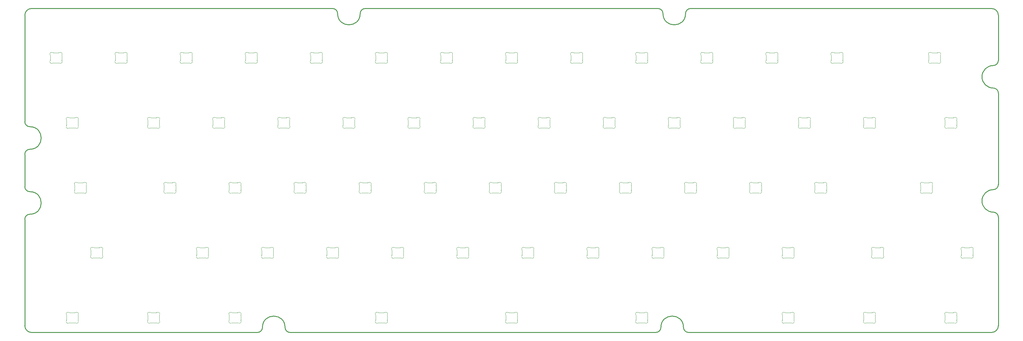
<source format=gbr>
%TF.GenerationSoftware,KiCad,Pcbnew,(6.0.9)*%
%TF.CreationDate,2022-12-17T16:52:12+01:00*%
%TF.ProjectId,pcb-hotswap,7063622d-686f-4747-9377-61702e6b6963,1.0*%
%TF.SameCoordinates,Original*%
%TF.FileFunction,Profile,NP*%
%FSLAX46Y46*%
G04 Gerber Fmt 4.6, Leading zero omitted, Abs format (unit mm)*
G04 Created by KiCad (PCBNEW (6.0.9)) date 2022-12-17 16:52:12*
%MOMM*%
%LPD*%
G01*
G04 APERTURE LIST*
%TA.AperFunction,Profile*%
%ADD10C,0.250000*%
%TD*%
%TA.AperFunction,Profile*%
%ADD11C,0.100000*%
%TD*%
G04 APERTURE END LIST*
D10*
X176256340Y-81089940D02*
G75*
G03*
X174756340Y-82590000I60J-1500060D01*
G01*
X76581400Y-133315000D02*
G75*
G03*
X78081340Y-134815000I1499900J-100D01*
G01*
X263406340Y-82590000D02*
G75*
G03*
X270006340Y-82590000I3300000J0D01*
G01*
X269400340Y-174590000D02*
G75*
G03*
X262800340Y-174590000I-3300000J0D01*
G01*
X361581300Y-83090000D02*
G75*
G03*
X359581340Y-81090000I-2000000J0D01*
G01*
X361581340Y-174090000D02*
X361581340Y-142309000D01*
X361581400Y-105921000D02*
G75*
G03*
X360081340Y-104421000I-1500100J-100D01*
G01*
X76581340Y-123865000D02*
X76581340Y-133315000D01*
X359581340Y-176090040D02*
G75*
G03*
X361581340Y-174090000I-40J2000040D01*
G01*
X168156340Y-82590000D02*
G75*
G03*
X174756340Y-82590000I3300000J0D01*
G01*
X152759340Y-174590000D02*
G75*
G03*
X146159340Y-174590000I-3300000J0D01*
G01*
X78081340Y-122364940D02*
G75*
G03*
X76581340Y-123865000I60J-1500060D01*
G01*
X154259340Y-176090000D02*
X261300340Y-176090000D01*
X361581400Y-142309000D02*
G75*
G03*
X360081340Y-140809000I-1500100J-100D01*
G01*
X76581400Y-114265000D02*
G75*
G03*
X78081340Y-115765000I1499900J-100D01*
G01*
X361581340Y-96321000D02*
X361581340Y-83090000D01*
X360081340Y-97820940D02*
G75*
G03*
X361581340Y-96321000I60J1499940D01*
G01*
X78581340Y-81090040D02*
G75*
G03*
X76581340Y-83090000I-40J-1999960D01*
G01*
X270900340Y-176090000D02*
X359581340Y-176090000D01*
X166656340Y-81090000D02*
X78581340Y-81090000D01*
X361581340Y-132709000D02*
X361581340Y-105921000D01*
X261300340Y-176089940D02*
G75*
G03*
X262800340Y-174590000I60J1499940D01*
G01*
X168156400Y-82590000D02*
G75*
G03*
X166656340Y-81090000I-1500100J-100D01*
G01*
X360081340Y-97821000D02*
G75*
G03*
X360081340Y-104421000I-40J-3300000D01*
G01*
X271506340Y-81089940D02*
G75*
G03*
X270006340Y-82590000I60J-1500060D01*
G01*
X269400400Y-174590000D02*
G75*
G03*
X270900340Y-176090000I1499900J-100D01*
G01*
X144659340Y-176089940D02*
G75*
G03*
X146159340Y-174590000I60J1499940D01*
G01*
X360081340Y-134208940D02*
G75*
G03*
X361581340Y-132709000I60J1499940D01*
G01*
X76581340Y-142915000D02*
X76581340Y-174090000D01*
X78581340Y-176090000D02*
X144659340Y-176090000D01*
X78081340Y-122365000D02*
G75*
G03*
X78081340Y-115765000I0J3300000D01*
G01*
X263406400Y-82590000D02*
G75*
G03*
X261906340Y-81090000I-1500100J-100D01*
G01*
X76581340Y-83090000D02*
X76581340Y-114265000D01*
X152759400Y-174590000D02*
G75*
G03*
X154259340Y-176090000I1499900J-100D01*
G01*
X360081340Y-134209000D02*
G75*
G03*
X360081340Y-140809000I-40J-3300000D01*
G01*
X76581300Y-174090000D02*
G75*
G03*
X78581340Y-176090000I2000000J0D01*
G01*
X78081340Y-141415000D02*
G75*
G03*
X78081340Y-134815000I0J3300000D01*
G01*
X359581340Y-81090000D02*
X271506340Y-81090000D01*
X78081340Y-141414940D02*
G75*
G03*
X76581340Y-142915000I60J-1500060D01*
G01*
X261906340Y-81090000D02*
X176256340Y-81090000D01*
D11*
%TO.C,D39*%
X288812501Y-134370341D02*
X288812501Y-132964657D01*
X289718048Y-132167500D02*
X291306953Y-132167500D01*
X291306952Y-135167499D02*
X289718048Y-135167499D01*
X292212499Y-132964657D02*
X292212499Y-134370341D01*
X288812501Y-132964657D02*
G75*
G03*
X288763016Y-132747779I-499990J2D01*
G01*
X292261984Y-132747779D02*
G75*
G03*
X291559211Y-132099201I-450514J216879D01*
G01*
X288763016Y-134587219D02*
G75*
G03*
X288812501Y-134370342I-450505J216876D01*
G01*
X291559211Y-135235798D02*
G75*
G03*
X292261984Y-134587218I252259J431700D01*
G01*
X291559211Y-135235798D02*
G75*
G03*
X291306952Y-135167499I-252261J-431712D01*
G01*
X289465789Y-132099200D02*
G75*
G03*
X288763016Y-132747779I-252258J-431701D01*
G01*
X292261982Y-132747778D02*
G75*
G03*
X292212499Y-132964656I450458J-216862D01*
G01*
X288763016Y-134587219D02*
G75*
G03*
X289465789Y-135235796I450515J-216877D01*
G01*
X291306953Y-132167500D02*
G75*
G03*
X291559211Y-132099201I-3J500010D01*
G01*
X289465789Y-132099200D02*
G75*
G03*
X289718047Y-132167499I252261J431710D01*
G01*
X292212509Y-134370341D02*
G75*
G03*
X292261984Y-134587219I499391J-159D01*
G01*
X289718048Y-135167499D02*
G75*
G03*
X289465790Y-135235798I3J-500009D01*
G01*
%TO.C,D3*%
X124619452Y-97067499D02*
X123030548Y-97067499D01*
X123030548Y-94067500D02*
X124619453Y-94067500D01*
X125524999Y-94864657D02*
X125524999Y-96270341D01*
X122125001Y-96270341D02*
X122125001Y-94864657D01*
X122075516Y-96487219D02*
G75*
G03*
X122125001Y-96270342I-450505J216876D01*
G01*
X123030548Y-97067499D02*
G75*
G03*
X122778290Y-97135798I3J-500009D01*
G01*
X125574482Y-94647778D02*
G75*
G03*
X125524999Y-94864656I450458J-216862D01*
G01*
X124871711Y-97135798D02*
G75*
G03*
X125574484Y-96487218I252259J431700D01*
G01*
X122778289Y-93999200D02*
G75*
G03*
X122075516Y-94647779I-252258J-431701D01*
G01*
X125525009Y-96270341D02*
G75*
G03*
X125574484Y-96487219I499391J-159D01*
G01*
X122778289Y-93999200D02*
G75*
G03*
X123030547Y-94067499I252261J431710D01*
G01*
X125574484Y-94647779D02*
G75*
G03*
X124871711Y-93999201I-450514J216879D01*
G01*
X124619453Y-94067500D02*
G75*
G03*
X124871711Y-93999201I-3J500010D01*
G01*
X122075516Y-96487219D02*
G75*
G03*
X122778289Y-97135796I450515J-216877D01*
G01*
X124871711Y-97135798D02*
G75*
G03*
X124619452Y-97067499I-252261J-431712D01*
G01*
X122125001Y-94864657D02*
G75*
G03*
X122075516Y-94647779I-499990J2D01*
G01*
%TO.C,D12*%
X296069452Y-97067499D02*
X294480548Y-97067499D01*
X296974999Y-94864657D02*
X296974999Y-96270341D01*
X293575001Y-96270341D02*
X293575001Y-94864657D01*
X294480548Y-94067500D02*
X296069453Y-94067500D01*
X293525516Y-96487219D02*
G75*
G03*
X293575001Y-96270342I-450505J216876D01*
G01*
X296321711Y-97135798D02*
G75*
G03*
X296069452Y-97067499I-252261J-431712D01*
G01*
X294228289Y-93999200D02*
G75*
G03*
X293525516Y-94647779I-252258J-431701D01*
G01*
X296321711Y-97135798D02*
G75*
G03*
X297024484Y-96487218I252259J431700D01*
G01*
X294480548Y-97067499D02*
G75*
G03*
X294228290Y-97135798I3J-500009D01*
G01*
X296069453Y-94067500D02*
G75*
G03*
X296321711Y-93999201I-3J500010D01*
G01*
X297024484Y-94647779D02*
G75*
G03*
X296321711Y-93999201I-450514J216879D01*
G01*
X296975009Y-96270341D02*
G75*
G03*
X297024484Y-96487219I499391J-159D01*
G01*
X297024482Y-94647778D02*
G75*
G03*
X296974999Y-94864656I450458J-216862D01*
G01*
X293525516Y-96487219D02*
G75*
G03*
X294228289Y-97135796I450515J-216877D01*
G01*
X294228289Y-93999200D02*
G75*
G03*
X294480547Y-94067499I252261J431710D01*
G01*
X293575001Y-94864657D02*
G75*
G03*
X293525516Y-94647779I-499990J2D01*
G01*
%TO.C,D60*%
X257969452Y-173267499D02*
X256380548Y-173267499D01*
X255475001Y-172470341D02*
X255475001Y-171064657D01*
X256380548Y-170267500D02*
X257969453Y-170267500D01*
X258874999Y-171064657D02*
X258874999Y-172470341D01*
X258221711Y-173335798D02*
G75*
G03*
X258924484Y-172687218I252259J431700D01*
G01*
X256380548Y-173267499D02*
G75*
G03*
X256128290Y-173335798I3J-500009D01*
G01*
X255425516Y-172687219D02*
G75*
G03*
X256128289Y-173335796I450515J-216877D01*
G01*
X256128289Y-170199200D02*
G75*
G03*
X256380547Y-170267499I252261J431710D01*
G01*
X258875009Y-172470341D02*
G75*
G03*
X258924484Y-172687219I499391J-159D01*
G01*
X255425516Y-172687219D02*
G75*
G03*
X255475001Y-172470342I-450505J216876D01*
G01*
X255475001Y-171064657D02*
G75*
G03*
X255425516Y-170847779I-499990J2D01*
G01*
X258924482Y-170847778D02*
G75*
G03*
X258874999Y-171064656I450458J-216862D01*
G01*
X258924484Y-170847779D02*
G75*
G03*
X258221711Y-170199201I-450514J216879D01*
G01*
X256128289Y-170199200D02*
G75*
G03*
X255425516Y-170847779I-252258J-431701D01*
G01*
X258221711Y-173335798D02*
G75*
G03*
X257969452Y-173267499I-252261J-431712D01*
G01*
X257969453Y-170267500D02*
G75*
G03*
X258221711Y-170199201I-3J500010D01*
G01*
%TO.C,D35*%
X213518048Y-132167500D02*
X215106953Y-132167500D01*
X212612501Y-134370341D02*
X212612501Y-132964657D01*
X215106952Y-135167499D02*
X213518048Y-135167499D01*
X216012499Y-132964657D02*
X216012499Y-134370341D01*
X215359211Y-135235798D02*
G75*
G03*
X215106952Y-135167499I-252261J-431712D01*
G01*
X215359211Y-135235798D02*
G75*
G03*
X216061984Y-134587218I252259J431700D01*
G01*
X216012509Y-134370341D02*
G75*
G03*
X216061984Y-134587219I499391J-159D01*
G01*
X213265789Y-132099200D02*
G75*
G03*
X213518047Y-132167499I252261J431710D01*
G01*
X215106953Y-132167500D02*
G75*
G03*
X215359211Y-132099201I-3J500010D01*
G01*
X216061984Y-132747779D02*
G75*
G03*
X215359211Y-132099201I-450514J216879D01*
G01*
X213265789Y-132099200D02*
G75*
G03*
X212563016Y-132747779I-252258J-431701D01*
G01*
X212563016Y-134587219D02*
G75*
G03*
X212612501Y-134370342I-450505J216876D01*
G01*
X212612501Y-132964657D02*
G75*
G03*
X212563016Y-132747779I-499990J2D01*
G01*
X212563016Y-134587219D02*
G75*
G03*
X213265789Y-135235796I450515J-216877D01*
G01*
X213518048Y-135167499D02*
G75*
G03*
X213265790Y-135235798I3J-500009D01*
G01*
X216061982Y-132747778D02*
G75*
G03*
X216012499Y-132964656I450458J-216862D01*
G01*
%TO.C,D46*%
X184943048Y-151217500D02*
X186531953Y-151217500D01*
X186531952Y-154217499D02*
X184943048Y-154217499D01*
X187437499Y-152014657D02*
X187437499Y-153420341D01*
X184037501Y-153420341D02*
X184037501Y-152014657D01*
X184690789Y-151149200D02*
G75*
G03*
X183988016Y-151797779I-252258J-431701D01*
G01*
X184690789Y-151149200D02*
G75*
G03*
X184943047Y-151217499I252261J431710D01*
G01*
X184037501Y-152014657D02*
G75*
G03*
X183988016Y-151797779I-499990J2D01*
G01*
X186784211Y-154285798D02*
G75*
G03*
X186531952Y-154217499I-252261J-431712D01*
G01*
X187486982Y-151797778D02*
G75*
G03*
X187437499Y-152014656I450458J-216862D01*
G01*
X187486984Y-151797779D02*
G75*
G03*
X186784211Y-151149201I-450514J216879D01*
G01*
X184943048Y-154217499D02*
G75*
G03*
X184690790Y-154285798I3J-500009D01*
G01*
X186531953Y-151217500D02*
G75*
G03*
X186784211Y-151149201I-3J500010D01*
G01*
X183988016Y-153637219D02*
G75*
G03*
X184690789Y-154285796I450515J-216877D01*
G01*
X183988016Y-153637219D02*
G75*
G03*
X184037501Y-153420342I-450505J216876D01*
G01*
X186784211Y-154285798D02*
G75*
G03*
X187486984Y-153637218I252259J431700D01*
G01*
X187437509Y-153420341D02*
G75*
G03*
X187486984Y-153637219I499391J-159D01*
G01*
%TO.C,D63*%
X346868048Y-170267500D02*
X348456953Y-170267500D01*
X345962501Y-172470341D02*
X345962501Y-171064657D01*
X348456952Y-173267499D02*
X346868048Y-173267499D01*
X349362499Y-171064657D02*
X349362499Y-172470341D01*
X348456953Y-170267500D02*
G75*
G03*
X348709211Y-170199201I-3J500010D01*
G01*
X348709211Y-173335798D02*
G75*
G03*
X348456952Y-173267499I-252261J-431712D01*
G01*
X348709211Y-173335798D02*
G75*
G03*
X349411984Y-172687218I252259J431700D01*
G01*
X345962501Y-171064657D02*
G75*
G03*
X345913016Y-170847779I-499990J2D01*
G01*
X346615789Y-170199200D02*
G75*
G03*
X345913016Y-170847779I-252258J-431701D01*
G01*
X346615789Y-170199200D02*
G75*
G03*
X346868047Y-170267499I252261J431710D01*
G01*
X345913016Y-172687219D02*
G75*
G03*
X345962501Y-172470342I-450505J216876D01*
G01*
X346868048Y-173267499D02*
G75*
G03*
X346615790Y-173335798I3J-500009D01*
G01*
X349411984Y-170847779D02*
G75*
G03*
X348709211Y-170199201I-450514J216879D01*
G01*
X349411982Y-170847778D02*
G75*
G03*
X349362499Y-171064656I450458J-216862D01*
G01*
X345913016Y-172687219D02*
G75*
G03*
X346615789Y-173335796I450515J-216877D01*
G01*
X349362509Y-172470341D02*
G75*
G03*
X349411984Y-172687219I499391J-159D01*
G01*
%TO.C,D22*%
X230299999Y-113914657D02*
X230299999Y-115320341D01*
X226900001Y-115320341D02*
X226900001Y-113914657D01*
X229394452Y-116117499D02*
X227805548Y-116117499D01*
X227805548Y-113117500D02*
X229394453Y-113117500D01*
X229646711Y-116185798D02*
G75*
G03*
X229394452Y-116117499I-252261J-431712D01*
G01*
X227805548Y-116117499D02*
G75*
G03*
X227553290Y-116185798I3J-500009D01*
G01*
X227553289Y-113049200D02*
G75*
G03*
X227805547Y-113117499I252261J431710D01*
G01*
X230300009Y-115320341D02*
G75*
G03*
X230349484Y-115537219I499391J-159D01*
G01*
X226850516Y-115537219D02*
G75*
G03*
X227553289Y-116185796I450515J-216877D01*
G01*
X227553289Y-113049200D02*
G75*
G03*
X226850516Y-113697779I-252258J-431701D01*
G01*
X230349484Y-113697779D02*
G75*
G03*
X229646711Y-113049201I-450514J216879D01*
G01*
X230349482Y-113697778D02*
G75*
G03*
X230299999Y-113914656I450458J-216862D01*
G01*
X229394453Y-113117500D02*
G75*
G03*
X229646711Y-113049201I-3J500010D01*
G01*
X226900001Y-113914657D02*
G75*
G03*
X226850516Y-113697779I-499990J2D01*
G01*
X229646711Y-116185798D02*
G75*
G03*
X230349484Y-115537218I252259J431700D01*
G01*
X226850516Y-115537219D02*
G75*
G03*
X226900001Y-115320342I-450505J216876D01*
G01*
%TO.C,D30*%
X120762499Y-132964657D02*
X120762499Y-134370341D01*
X118268048Y-132167500D02*
X119856953Y-132167500D01*
X119856952Y-135167499D02*
X118268048Y-135167499D01*
X117362501Y-134370341D02*
X117362501Y-132964657D01*
X118015789Y-132099200D02*
G75*
G03*
X117313016Y-132747779I-252258J-431701D01*
G01*
X120109211Y-135235798D02*
G75*
G03*
X120811984Y-134587218I252259J431700D01*
G01*
X117313016Y-134587219D02*
G75*
G03*
X118015789Y-135235796I450515J-216877D01*
G01*
X120109211Y-135235798D02*
G75*
G03*
X119856952Y-135167499I-252261J-431712D01*
G01*
X120762509Y-134370341D02*
G75*
G03*
X120811984Y-134587219I499391J-159D01*
G01*
X119856953Y-132167500D02*
G75*
G03*
X120109211Y-132099201I-3J500010D01*
G01*
X120811982Y-132747778D02*
G75*
G03*
X120762499Y-132964656I450458J-216862D01*
G01*
X117362501Y-132964657D02*
G75*
G03*
X117313016Y-132747779I-499990J2D01*
G01*
X117313016Y-134587219D02*
G75*
G03*
X117362501Y-134370342I-450505J216876D01*
G01*
X118268048Y-135167499D02*
G75*
G03*
X118015790Y-135235798I3J-500009D01*
G01*
X120811984Y-132747779D02*
G75*
G03*
X120109211Y-132099201I-450514J216879D01*
G01*
X118015789Y-132099200D02*
G75*
G03*
X118268047Y-132167499I252261J431710D01*
G01*
%TO.C,D43*%
X127793048Y-151217500D02*
X129381953Y-151217500D01*
X130287499Y-152014657D02*
X130287499Y-153420341D01*
X126887501Y-153420341D02*
X126887501Y-152014657D01*
X129381952Y-154217499D02*
X127793048Y-154217499D01*
X127540789Y-151149200D02*
G75*
G03*
X126838016Y-151797779I-252258J-431701D01*
G01*
X126838016Y-153637219D02*
G75*
G03*
X126887501Y-153420342I-450505J216876D01*
G01*
X127793048Y-154217499D02*
G75*
G03*
X127540790Y-154285798I3J-500009D01*
G01*
X129381953Y-151217500D02*
G75*
G03*
X129634211Y-151149201I-3J500010D01*
G01*
X129634211Y-154285798D02*
G75*
G03*
X129381952Y-154217499I-252261J-431712D01*
G01*
X126887501Y-152014657D02*
G75*
G03*
X126838016Y-151797779I-499990J2D01*
G01*
X127540789Y-151149200D02*
G75*
G03*
X127793047Y-151217499I252261J431710D01*
G01*
X126838016Y-153637219D02*
G75*
G03*
X127540789Y-154285796I450515J-216877D01*
G01*
X130336984Y-151797779D02*
G75*
G03*
X129634211Y-151149201I-450514J216879D01*
G01*
X130336982Y-151797778D02*
G75*
G03*
X130287499Y-152014656I450458J-216862D01*
G01*
X129634211Y-154285798D02*
G75*
G03*
X130336984Y-153637218I252259J431700D01*
G01*
X130287509Y-153420341D02*
G75*
G03*
X130336984Y-153637219I499391J-159D01*
G01*
%TO.C,D51*%
X279287501Y-153420341D02*
X279287501Y-152014657D01*
X282687499Y-152014657D02*
X282687499Y-153420341D01*
X280193048Y-151217500D02*
X281781953Y-151217500D01*
X281781952Y-154217499D02*
X280193048Y-154217499D01*
X279238016Y-153637219D02*
G75*
G03*
X279940789Y-154285796I450515J-216877D01*
G01*
X279287501Y-152014657D02*
G75*
G03*
X279238016Y-151797779I-499990J2D01*
G01*
X281781953Y-151217500D02*
G75*
G03*
X282034211Y-151149201I-3J500010D01*
G01*
X282736984Y-151797779D02*
G75*
G03*
X282034211Y-151149201I-450514J216879D01*
G01*
X279940789Y-151149200D02*
G75*
G03*
X280193047Y-151217499I252261J431710D01*
G01*
X282736982Y-151797778D02*
G75*
G03*
X282687499Y-152014656I450458J-216862D01*
G01*
X280193048Y-154217499D02*
G75*
G03*
X279940790Y-154285798I3J-500009D01*
G01*
X282034211Y-154285798D02*
G75*
G03*
X281781952Y-154217499I-252261J-431712D01*
G01*
X282034211Y-154285798D02*
G75*
G03*
X282736984Y-153637218I252259J431700D01*
G01*
X279238016Y-153637219D02*
G75*
G03*
X279287501Y-153420342I-450505J216876D01*
G01*
X282687509Y-153420341D02*
G75*
G03*
X282736984Y-153637219I499391J-159D01*
G01*
X279940789Y-151149200D02*
G75*
G03*
X279238016Y-151797779I-252258J-431701D01*
G01*
%TO.C,D13*%
X316024999Y-94864657D02*
X316024999Y-96270341D01*
X313530548Y-94067500D02*
X315119453Y-94067500D01*
X312625001Y-96270341D02*
X312625001Y-94864657D01*
X315119452Y-97067499D02*
X313530548Y-97067499D01*
X315371711Y-97135798D02*
G75*
G03*
X315119452Y-97067499I-252261J-431712D01*
G01*
X313278289Y-93999200D02*
G75*
G03*
X312575516Y-94647779I-252258J-431701D01*
G01*
X315371711Y-97135798D02*
G75*
G03*
X316074484Y-96487218I252259J431700D01*
G01*
X316074482Y-94647778D02*
G75*
G03*
X316024999Y-94864656I450458J-216862D01*
G01*
X313278289Y-93999200D02*
G75*
G03*
X313530547Y-94067499I252261J431710D01*
G01*
X313530548Y-97067499D02*
G75*
G03*
X313278290Y-97135798I3J-500009D01*
G01*
X312625001Y-94864657D02*
G75*
G03*
X312575516Y-94647779I-499990J2D01*
G01*
X315119453Y-94067500D02*
G75*
G03*
X315371711Y-93999201I-3J500010D01*
G01*
X316025009Y-96270341D02*
G75*
G03*
X316074484Y-96487219I499391J-159D01*
G01*
X312575516Y-96487219D02*
G75*
G03*
X313278289Y-97135796I450515J-216877D01*
G01*
X312575516Y-96487219D02*
G75*
G03*
X312625001Y-96270342I-450505J216876D01*
G01*
X316074484Y-94647779D02*
G75*
G03*
X315371711Y-93999201I-450514J216879D01*
G01*
%TO.C,D29*%
X92074298Y-132167500D02*
X93663203Y-132167500D01*
X94568749Y-132964657D02*
X94568749Y-134370341D01*
X91168751Y-134370341D02*
X91168751Y-132964657D01*
X93663202Y-135167499D02*
X92074298Y-135167499D01*
X93915461Y-135235798D02*
G75*
G03*
X93663202Y-135167499I-252261J-431712D01*
G01*
X91168751Y-132964657D02*
G75*
G03*
X91119266Y-132747779I-499990J2D01*
G01*
X91822039Y-132099200D02*
G75*
G03*
X92074297Y-132167499I252261J431710D01*
G01*
X94568759Y-134370341D02*
G75*
G03*
X94618234Y-134587219I499391J-159D01*
G01*
X93915461Y-135235798D02*
G75*
G03*
X94618234Y-134587218I252259J431700D01*
G01*
X91822039Y-132099200D02*
G75*
G03*
X91119266Y-132747779I-252258J-431701D01*
G01*
X91119266Y-134587219D02*
G75*
G03*
X91822039Y-135235796I450515J-216877D01*
G01*
X92074298Y-135167499D02*
G75*
G03*
X91822040Y-135235798I3J-500009D01*
G01*
X94618234Y-132747779D02*
G75*
G03*
X93915461Y-132099201I-450514J216879D01*
G01*
X91119266Y-134587219D02*
G75*
G03*
X91168751Y-134370342I-450505J216876D01*
G01*
X93663203Y-132167500D02*
G75*
G03*
X93915461Y-132099201I-3J500010D01*
G01*
X94618232Y-132747778D02*
G75*
G03*
X94568749Y-132964656I450458J-216862D01*
G01*
%TO.C,D6*%
X181769452Y-97067499D02*
X180180548Y-97067499D01*
X182674999Y-94864657D02*
X182674999Y-96270341D01*
X180180548Y-94067500D02*
X181769453Y-94067500D01*
X179275001Y-96270341D02*
X179275001Y-94864657D01*
X179225516Y-96487219D02*
G75*
G03*
X179275001Y-96270342I-450505J216876D01*
G01*
X180180548Y-97067499D02*
G75*
G03*
X179928290Y-97135798I3J-500009D01*
G01*
X182675009Y-96270341D02*
G75*
G03*
X182724484Y-96487219I499391J-159D01*
G01*
X182724482Y-94647778D02*
G75*
G03*
X182674999Y-94864656I450458J-216862D01*
G01*
X179928289Y-93999200D02*
G75*
G03*
X180180547Y-94067499I252261J431710D01*
G01*
X182021711Y-97135798D02*
G75*
G03*
X182724484Y-96487218I252259J431700D01*
G01*
X181769453Y-94067500D02*
G75*
G03*
X182021711Y-93999201I-3J500010D01*
G01*
X179225516Y-96487219D02*
G75*
G03*
X179928289Y-97135796I450515J-216877D01*
G01*
X182724484Y-94647779D02*
G75*
G03*
X182021711Y-93999201I-450514J216879D01*
G01*
X182021711Y-97135798D02*
G75*
G03*
X181769452Y-97067499I-252261J-431712D01*
G01*
X179275001Y-94864657D02*
G75*
G03*
X179225516Y-94647779I-499990J2D01*
G01*
X179928289Y-93999200D02*
G75*
G03*
X179225516Y-94647779I-252258J-431701D01*
G01*
%TO.C,D2*%
X106474999Y-94864657D02*
X106474999Y-96270341D01*
X103075001Y-96270341D02*
X103075001Y-94864657D01*
X105569452Y-97067499D02*
X103980548Y-97067499D01*
X103980548Y-94067500D02*
X105569453Y-94067500D01*
X103075001Y-94864657D02*
G75*
G03*
X103025516Y-94647779I-499990J2D01*
G01*
X103728289Y-93999200D02*
G75*
G03*
X103980547Y-94067499I252261J431710D01*
G01*
X103728289Y-93999200D02*
G75*
G03*
X103025516Y-94647779I-252258J-431701D01*
G01*
X103025516Y-96487219D02*
G75*
G03*
X103728289Y-97135796I450515J-216877D01*
G01*
X103025516Y-96487219D02*
G75*
G03*
X103075001Y-96270342I-450505J216876D01*
G01*
X103980548Y-97067499D02*
G75*
G03*
X103728290Y-97135798I3J-500009D01*
G01*
X106524484Y-94647779D02*
G75*
G03*
X105821711Y-93999201I-450514J216879D01*
G01*
X106524482Y-94647778D02*
G75*
G03*
X106474999Y-94864656I450458J-216862D01*
G01*
X105821711Y-97135798D02*
G75*
G03*
X106524484Y-96487218I252259J431700D01*
G01*
X106475009Y-96270341D02*
G75*
G03*
X106524484Y-96487219I499391J-159D01*
G01*
X105821711Y-97135798D02*
G75*
G03*
X105569452Y-97067499I-252261J-431712D01*
G01*
X105569453Y-94067500D02*
G75*
G03*
X105821711Y-93999201I-3J500010D01*
G01*
%TO.C,D24*%
X267494452Y-116117499D02*
X265905548Y-116117499D01*
X265905548Y-113117500D02*
X267494453Y-113117500D01*
X265000001Y-115320341D02*
X265000001Y-113914657D01*
X268399999Y-113914657D02*
X268399999Y-115320341D01*
X264950516Y-115537219D02*
G75*
G03*
X265653289Y-116185796I450515J-216877D01*
G01*
X268400009Y-115320341D02*
G75*
G03*
X268449484Y-115537219I499391J-159D01*
G01*
X265905548Y-116117499D02*
G75*
G03*
X265653290Y-116185798I3J-500009D01*
G01*
X267494453Y-113117500D02*
G75*
G03*
X267746711Y-113049201I-3J500010D01*
G01*
X265653289Y-113049200D02*
G75*
G03*
X265905547Y-113117499I252261J431710D01*
G01*
X268449484Y-113697779D02*
G75*
G03*
X267746711Y-113049201I-450514J216879D01*
G01*
X265653289Y-113049200D02*
G75*
G03*
X264950516Y-113697779I-252258J-431701D01*
G01*
X265000001Y-113914657D02*
G75*
G03*
X264950516Y-113697779I-499990J2D01*
G01*
X267746711Y-116185798D02*
G75*
G03*
X267494452Y-116117499I-252261J-431712D01*
G01*
X264950516Y-115537219D02*
G75*
G03*
X265000001Y-115320342I-450505J216876D01*
G01*
X268449482Y-113697778D02*
G75*
G03*
X268399999Y-113914656I450458J-216862D01*
G01*
X267746711Y-116185798D02*
G75*
G03*
X268449484Y-115537218I252259J431700D01*
G01*
%TO.C,D56*%
X115999999Y-171064657D02*
X115999999Y-172470341D01*
X112600001Y-172470341D02*
X112600001Y-171064657D01*
X115094452Y-173267499D02*
X113505548Y-173267499D01*
X113505548Y-170267500D02*
X115094453Y-170267500D01*
X112600001Y-171064657D02*
G75*
G03*
X112550516Y-170847779I-499990J2D01*
G01*
X112550516Y-172687219D02*
G75*
G03*
X113253289Y-173335796I450515J-216877D01*
G01*
X116049484Y-170847779D02*
G75*
G03*
X115346711Y-170199201I-450514J216879D01*
G01*
X113505548Y-173267499D02*
G75*
G03*
X113253290Y-173335798I3J-500009D01*
G01*
X113253289Y-170199200D02*
G75*
G03*
X112550516Y-170847779I-252258J-431701D01*
G01*
X113253289Y-170199200D02*
G75*
G03*
X113505547Y-170267499I252261J431710D01*
G01*
X115094453Y-170267500D02*
G75*
G03*
X115346711Y-170199201I-3J500010D01*
G01*
X116049482Y-170847778D02*
G75*
G03*
X115999999Y-171064656I450458J-216862D01*
G01*
X115346711Y-173335798D02*
G75*
G03*
X115094452Y-173267499I-252261J-431712D01*
G01*
X115346711Y-173335798D02*
G75*
G03*
X116049484Y-172687218I252259J431700D01*
G01*
X112550516Y-172687219D02*
G75*
G03*
X112600001Y-172470342I-450505J216876D01*
G01*
X116000009Y-172470341D02*
G75*
G03*
X116049484Y-172687219I499391J-159D01*
G01*
%TO.C,D41*%
X342218749Y-132964657D02*
X342218749Y-134370341D01*
X338818751Y-134370341D02*
X338818751Y-132964657D01*
X341313202Y-135167499D02*
X339724298Y-135167499D01*
X339724298Y-132167500D02*
X341313203Y-132167500D01*
X342218759Y-134370341D02*
G75*
G03*
X342268234Y-134587219I499391J-159D01*
G01*
X339724298Y-135167499D02*
G75*
G03*
X339472040Y-135235798I3J-500009D01*
G01*
X338769266Y-134587219D02*
G75*
G03*
X339472039Y-135235796I450515J-216877D01*
G01*
X342268232Y-132747778D02*
G75*
G03*
X342218749Y-132964656I450458J-216862D01*
G01*
X341313203Y-132167500D02*
G75*
G03*
X341565461Y-132099201I-3J500010D01*
G01*
X341565461Y-135235798D02*
G75*
G03*
X341313202Y-135167499I-252261J-431712D01*
G01*
X339472039Y-132099200D02*
G75*
G03*
X338769266Y-132747779I-252258J-431701D01*
G01*
X342268234Y-132747779D02*
G75*
G03*
X341565461Y-132099201I-450514J216879D01*
G01*
X339472039Y-132099200D02*
G75*
G03*
X339724297Y-132167499I252261J431710D01*
G01*
X341565461Y-135235798D02*
G75*
G03*
X342268234Y-134587218I252259J431700D01*
G01*
X338769266Y-134587219D02*
G75*
G03*
X338818751Y-134370342I-450505J216876D01*
G01*
X338818751Y-132964657D02*
G75*
G03*
X338769266Y-132747779I-499990J2D01*
G01*
%TO.C,D57*%
X137318048Y-170267500D02*
X138906953Y-170267500D01*
X139812499Y-171064657D02*
X139812499Y-172470341D01*
X136412501Y-172470341D02*
X136412501Y-171064657D01*
X138906952Y-173267499D02*
X137318048Y-173267499D01*
X137318048Y-173267499D02*
G75*
G03*
X137065790Y-173335798I3J-500009D01*
G01*
X138906953Y-170267500D02*
G75*
G03*
X139159211Y-170199201I-3J500010D01*
G01*
X136363016Y-172687219D02*
G75*
G03*
X137065789Y-173335796I450515J-216877D01*
G01*
X137065789Y-170199200D02*
G75*
G03*
X136363016Y-170847779I-252258J-431701D01*
G01*
X139812509Y-172470341D02*
G75*
G03*
X139861984Y-172687219I499391J-159D01*
G01*
X139159211Y-173335798D02*
G75*
G03*
X139861984Y-172687218I252259J431700D01*
G01*
X136363016Y-172687219D02*
G75*
G03*
X136412501Y-172470342I-450505J216876D01*
G01*
X137065789Y-170199200D02*
G75*
G03*
X137318047Y-170267499I252261J431710D01*
G01*
X139861984Y-170847779D02*
G75*
G03*
X139159211Y-170199201I-450514J216879D01*
G01*
X139861982Y-170847778D02*
G75*
G03*
X139812499Y-171064656I450458J-216862D01*
G01*
X139159211Y-173335798D02*
G75*
G03*
X138906952Y-173267499I-252261J-431712D01*
G01*
X136412501Y-171064657D02*
G75*
G03*
X136363016Y-170847779I-499990J2D01*
G01*
%TO.C,D11*%
X274525001Y-96270341D02*
X274525001Y-94864657D01*
X275430548Y-94067500D02*
X277019453Y-94067500D01*
X277019452Y-97067499D02*
X275430548Y-97067499D01*
X277924999Y-94864657D02*
X277924999Y-96270341D01*
X275178289Y-93999200D02*
G75*
G03*
X275430547Y-94067499I252261J431710D01*
G01*
X277974484Y-94647779D02*
G75*
G03*
X277271711Y-93999201I-450514J216879D01*
G01*
X274475516Y-96487219D02*
G75*
G03*
X274525001Y-96270342I-450505J216876D01*
G01*
X277925009Y-96270341D02*
G75*
G03*
X277974484Y-96487219I499391J-159D01*
G01*
X277271711Y-97135798D02*
G75*
G03*
X277019452Y-97067499I-252261J-431712D01*
G01*
X275178289Y-93999200D02*
G75*
G03*
X274475516Y-94647779I-252258J-431701D01*
G01*
X275430548Y-97067499D02*
G75*
G03*
X275178290Y-97135798I3J-500009D01*
G01*
X274525001Y-94864657D02*
G75*
G03*
X274475516Y-94647779I-499990J2D01*
G01*
X277019453Y-94067500D02*
G75*
G03*
X277271711Y-93999201I-3J500010D01*
G01*
X277271711Y-97135798D02*
G75*
G03*
X277974484Y-96487218I252259J431700D01*
G01*
X274475516Y-96487219D02*
G75*
G03*
X275178289Y-97135796I450515J-216877D01*
G01*
X277974482Y-94647778D02*
G75*
G03*
X277924999Y-94864656I450458J-216862D01*
G01*
%TO.C,D48*%
X223043048Y-151217500D02*
X224631953Y-151217500D01*
X222137501Y-153420341D02*
X222137501Y-152014657D01*
X225537499Y-152014657D02*
X225537499Y-153420341D01*
X224631952Y-154217499D02*
X223043048Y-154217499D01*
X222088016Y-153637219D02*
G75*
G03*
X222137501Y-153420342I-450505J216876D01*
G01*
X222137501Y-152014657D02*
G75*
G03*
X222088016Y-151797779I-499990J2D01*
G01*
X225586982Y-151797778D02*
G75*
G03*
X225537499Y-152014656I450458J-216862D01*
G01*
X224884211Y-154285798D02*
G75*
G03*
X224631952Y-154217499I-252261J-431712D01*
G01*
X222790789Y-151149200D02*
G75*
G03*
X223043047Y-151217499I252261J431710D01*
G01*
X224884211Y-154285798D02*
G75*
G03*
X225586984Y-153637218I252259J431700D01*
G01*
X222088016Y-153637219D02*
G75*
G03*
X222790789Y-154285796I450515J-216877D01*
G01*
X225586984Y-151797779D02*
G75*
G03*
X224884211Y-151149201I-450514J216879D01*
G01*
X224631953Y-151217500D02*
G75*
G03*
X224884211Y-151149201I-3J500010D01*
G01*
X222790789Y-151149200D02*
G75*
G03*
X222088016Y-151797779I-252258J-431701D01*
G01*
X225537509Y-153420341D02*
G75*
G03*
X225586984Y-153637219I499391J-159D01*
G01*
X223043048Y-154217499D02*
G75*
G03*
X222790790Y-154285798I3J-500009D01*
G01*
%TO.C,D38*%
X269762501Y-134370341D02*
X269762501Y-132964657D01*
X270668048Y-132167500D02*
X272256953Y-132167500D01*
X273162499Y-132964657D02*
X273162499Y-134370341D01*
X272256952Y-135167499D02*
X270668048Y-135167499D01*
X269713016Y-134587219D02*
G75*
G03*
X270415789Y-135235796I450515J-216877D01*
G01*
X270415789Y-132099200D02*
G75*
G03*
X270668047Y-132167499I252261J431710D01*
G01*
X273211982Y-132747778D02*
G75*
G03*
X273162499Y-132964656I450458J-216862D01*
G01*
X272509211Y-135235798D02*
G75*
G03*
X273211984Y-134587218I252259J431700D01*
G01*
X269713016Y-134587219D02*
G75*
G03*
X269762501Y-134370342I-450505J216876D01*
G01*
X270668048Y-135167499D02*
G75*
G03*
X270415790Y-135235798I3J-500009D01*
G01*
X270415789Y-132099200D02*
G75*
G03*
X269713016Y-132747779I-252258J-431701D01*
G01*
X273162509Y-134370341D02*
G75*
G03*
X273211984Y-134587219I499391J-159D01*
G01*
X269762501Y-132964657D02*
G75*
G03*
X269713016Y-132747779I-499990J2D01*
G01*
X273211984Y-132747779D02*
G75*
G03*
X272509211Y-132099201I-450514J216879D01*
G01*
X272509211Y-135235798D02*
G75*
G03*
X272256952Y-135167499I-252261J-431712D01*
G01*
X272256953Y-132167500D02*
G75*
G03*
X272509211Y-132099201I-3J500010D01*
G01*
%TO.C,D14*%
X344599999Y-94864657D02*
X344599999Y-96270341D01*
X341200001Y-96270341D02*
X341200001Y-94864657D01*
X342105548Y-94067500D02*
X343694453Y-94067500D01*
X343694452Y-97067499D02*
X342105548Y-97067499D01*
X341150516Y-96487219D02*
G75*
G03*
X341853289Y-97135796I450515J-216877D01*
G01*
X341853289Y-93999200D02*
G75*
G03*
X342105547Y-94067499I252261J431710D01*
G01*
X344600009Y-96270341D02*
G75*
G03*
X344649484Y-96487219I499391J-159D01*
G01*
X344649482Y-94647778D02*
G75*
G03*
X344599999Y-94864656I450458J-216862D01*
G01*
X343946711Y-97135798D02*
G75*
G03*
X343694452Y-97067499I-252261J-431712D01*
G01*
X341150516Y-96487219D02*
G75*
G03*
X341200001Y-96270342I-450505J216876D01*
G01*
X343694453Y-94067500D02*
G75*
G03*
X343946711Y-93999201I-3J500010D01*
G01*
X342105548Y-97067499D02*
G75*
G03*
X341853290Y-97135798I3J-500009D01*
G01*
X344649484Y-94647779D02*
G75*
G03*
X343946711Y-93999201I-450514J216879D01*
G01*
X341200001Y-94864657D02*
G75*
G03*
X341150516Y-94647779I-499990J2D01*
G01*
X341853289Y-93999200D02*
G75*
G03*
X341150516Y-94647779I-252258J-431701D01*
G01*
X343946711Y-97135798D02*
G75*
G03*
X344649484Y-96487218I252259J431700D01*
G01*
%TO.C,D21*%
X207850001Y-115320341D02*
X207850001Y-113914657D01*
X208755548Y-113117500D02*
X210344453Y-113117500D01*
X211249999Y-113914657D02*
X211249999Y-115320341D01*
X210344452Y-116117499D02*
X208755548Y-116117499D01*
X210344453Y-113117500D02*
G75*
G03*
X210596711Y-113049201I-3J500010D01*
G01*
X211250009Y-115320341D02*
G75*
G03*
X211299484Y-115537219I499391J-159D01*
G01*
X210596711Y-116185798D02*
G75*
G03*
X210344452Y-116117499I-252261J-431712D01*
G01*
X207800516Y-115537219D02*
G75*
G03*
X207850001Y-115320342I-450505J216876D01*
G01*
X208755548Y-116117499D02*
G75*
G03*
X208503290Y-116185798I3J-500009D01*
G01*
X210596711Y-116185798D02*
G75*
G03*
X211299484Y-115537218I252259J431700D01*
G01*
X211299484Y-113697779D02*
G75*
G03*
X210596711Y-113049201I-450514J216879D01*
G01*
X208503289Y-113049200D02*
G75*
G03*
X208755547Y-113117499I252261J431710D01*
G01*
X207800516Y-115537219D02*
G75*
G03*
X208503289Y-116185796I450515J-216877D01*
G01*
X208503289Y-113049200D02*
G75*
G03*
X207800516Y-113697779I-252258J-431701D01*
G01*
X207850001Y-113914657D02*
G75*
G03*
X207800516Y-113697779I-499990J2D01*
G01*
X211299482Y-113697778D02*
G75*
G03*
X211249999Y-113914656I450458J-216862D01*
G01*
%TO.C,D58*%
X181769452Y-173267499D02*
X180180548Y-173267499D01*
X179275001Y-172470341D02*
X179275001Y-171064657D01*
X182674999Y-171064657D02*
X182674999Y-172470341D01*
X180180548Y-170267500D02*
X181769453Y-170267500D01*
X182724484Y-170847779D02*
G75*
G03*
X182021711Y-170199201I-450514J216879D01*
G01*
X182724482Y-170847778D02*
G75*
G03*
X182674999Y-171064656I450458J-216862D01*
G01*
X182021711Y-173335798D02*
G75*
G03*
X182724484Y-172687218I252259J431700D01*
G01*
X182021711Y-173335798D02*
G75*
G03*
X181769452Y-173267499I-252261J-431712D01*
G01*
X181769453Y-170267500D02*
G75*
G03*
X182021711Y-170199201I-3J500010D01*
G01*
X179225516Y-172687219D02*
G75*
G03*
X179275001Y-172470342I-450505J216876D01*
G01*
X182675009Y-172470341D02*
G75*
G03*
X182724484Y-172687219I499391J-159D01*
G01*
X180180548Y-173267499D02*
G75*
G03*
X179928290Y-173335798I3J-500009D01*
G01*
X179928289Y-170199200D02*
G75*
G03*
X180180547Y-170267499I252261J431710D01*
G01*
X179275001Y-171064657D02*
G75*
G03*
X179225516Y-170847779I-499990J2D01*
G01*
X179928289Y-170199200D02*
G75*
G03*
X179225516Y-170847779I-252258J-431701D01*
G01*
X179225516Y-172687219D02*
G75*
G03*
X179928289Y-173335796I450515J-216877D01*
G01*
%TO.C,D62*%
X324644452Y-173267499D02*
X323055548Y-173267499D01*
X323055548Y-170267500D02*
X324644453Y-170267500D01*
X322150001Y-172470341D02*
X322150001Y-171064657D01*
X325549999Y-171064657D02*
X325549999Y-172470341D01*
X323055548Y-173267499D02*
G75*
G03*
X322803290Y-173335798I3J-500009D01*
G01*
X322100516Y-172687219D02*
G75*
G03*
X322150001Y-172470342I-450505J216876D01*
G01*
X324896711Y-173335798D02*
G75*
G03*
X325599484Y-172687218I252259J431700D01*
G01*
X322803289Y-170199200D02*
G75*
G03*
X323055547Y-170267499I252261J431710D01*
G01*
X325550009Y-172470341D02*
G75*
G03*
X325599484Y-172687219I499391J-159D01*
G01*
X322803289Y-170199200D02*
G75*
G03*
X322100516Y-170847779I-252258J-431701D01*
G01*
X322100516Y-172687219D02*
G75*
G03*
X322803289Y-173335796I450515J-216877D01*
G01*
X325599484Y-170847779D02*
G75*
G03*
X324896711Y-170199201I-450514J216879D01*
G01*
X322150001Y-171064657D02*
G75*
G03*
X322100516Y-170847779I-499990J2D01*
G01*
X325599482Y-170847778D02*
G75*
G03*
X325549999Y-171064656I450458J-216862D01*
G01*
X324644453Y-170267500D02*
G75*
G03*
X324896711Y-170199201I-3J500010D01*
G01*
X324896711Y-173335798D02*
G75*
G03*
X324644452Y-173267499I-252261J-431712D01*
G01*
%TO.C,D16*%
X115999999Y-113914657D02*
X115999999Y-115320341D01*
X113505548Y-113117500D02*
X115094453Y-113117500D01*
X115094452Y-116117499D02*
X113505548Y-116117499D01*
X112600001Y-115320341D02*
X112600001Y-113914657D01*
X116049484Y-113697779D02*
G75*
G03*
X115346711Y-113049201I-450514J216879D01*
G01*
X115346711Y-116185798D02*
G75*
G03*
X116049484Y-115537218I252259J431700D01*
G01*
X116049482Y-113697778D02*
G75*
G03*
X115999999Y-113914656I450458J-216862D01*
G01*
X113253289Y-113049200D02*
G75*
G03*
X112550516Y-113697779I-252258J-431701D01*
G01*
X112600001Y-113914657D02*
G75*
G03*
X112550516Y-113697779I-499990J2D01*
G01*
X113253289Y-113049200D02*
G75*
G03*
X113505547Y-113117499I252261J431710D01*
G01*
X115094453Y-113117500D02*
G75*
G03*
X115346711Y-113049201I-3J500010D01*
G01*
X112550516Y-115537219D02*
G75*
G03*
X113253289Y-116185796I450515J-216877D01*
G01*
X112550516Y-115537219D02*
G75*
G03*
X112600001Y-115320342I-450505J216876D01*
G01*
X113505548Y-116117499D02*
G75*
G03*
X113253290Y-116185798I3J-500009D01*
G01*
X116000009Y-115320341D02*
G75*
G03*
X116049484Y-115537219I499391J-159D01*
G01*
X115346711Y-116185798D02*
G75*
G03*
X115094452Y-116117499I-252261J-431712D01*
G01*
%TO.C,D45*%
X165893048Y-151217500D02*
X167481953Y-151217500D01*
X168387499Y-152014657D02*
X168387499Y-153420341D01*
X164987501Y-153420341D02*
X164987501Y-152014657D01*
X167481952Y-154217499D02*
X165893048Y-154217499D01*
X164938016Y-153637219D02*
G75*
G03*
X164987501Y-153420342I-450505J216876D01*
G01*
X165640789Y-151149200D02*
G75*
G03*
X164938016Y-151797779I-252258J-431701D01*
G01*
X168387509Y-153420341D02*
G75*
G03*
X168436984Y-153637219I499391J-159D01*
G01*
X167481953Y-151217500D02*
G75*
G03*
X167734211Y-151149201I-3J500010D01*
G01*
X167734211Y-154285798D02*
G75*
G03*
X168436984Y-153637218I252259J431700D01*
G01*
X168436984Y-151797779D02*
G75*
G03*
X167734211Y-151149201I-450514J216879D01*
G01*
X167734211Y-154285798D02*
G75*
G03*
X167481952Y-154217499I-252261J-431712D01*
G01*
X168436982Y-151797778D02*
G75*
G03*
X168387499Y-152014656I450458J-216862D01*
G01*
X165893048Y-154217499D02*
G75*
G03*
X165640790Y-154285798I3J-500009D01*
G01*
X164938016Y-153637219D02*
G75*
G03*
X165640789Y-154285796I450515J-216877D01*
G01*
X165640789Y-151149200D02*
G75*
G03*
X165893047Y-151217499I252261J431710D01*
G01*
X164987501Y-152014657D02*
G75*
G03*
X164938016Y-151797779I-499990J2D01*
G01*
%TO.C,D61*%
X299243048Y-170267500D02*
X300831953Y-170267500D01*
X301737499Y-171064657D02*
X301737499Y-172470341D01*
X300831952Y-173267499D02*
X299243048Y-173267499D01*
X298337501Y-172470341D02*
X298337501Y-171064657D01*
X301737509Y-172470341D02*
G75*
G03*
X301786984Y-172687219I499391J-159D01*
G01*
X298288016Y-172687219D02*
G75*
G03*
X298990789Y-173335796I450515J-216877D01*
G01*
X298990789Y-170199200D02*
G75*
G03*
X298288016Y-170847779I-252258J-431701D01*
G01*
X298337501Y-171064657D02*
G75*
G03*
X298288016Y-170847779I-499990J2D01*
G01*
X301786982Y-170847778D02*
G75*
G03*
X301737499Y-171064656I450458J-216862D01*
G01*
X300831953Y-170267500D02*
G75*
G03*
X301084211Y-170199201I-3J500010D01*
G01*
X299243048Y-173267499D02*
G75*
G03*
X298990790Y-173335798I3J-500009D01*
G01*
X301084211Y-173335798D02*
G75*
G03*
X300831952Y-173267499I-252261J-431712D01*
G01*
X301786984Y-170847779D02*
G75*
G03*
X301084211Y-170199201I-450514J216879D01*
G01*
X298288016Y-172687219D02*
G75*
G03*
X298337501Y-172470342I-450505J216876D01*
G01*
X298990789Y-170199200D02*
G75*
G03*
X299243047Y-170267499I252261J431710D01*
G01*
X301084211Y-173335798D02*
G75*
G03*
X301786984Y-172687218I252259J431700D01*
G01*
%TO.C,D19*%
X170655548Y-113117500D02*
X172244453Y-113117500D01*
X173149999Y-113914657D02*
X173149999Y-115320341D01*
X172244452Y-116117499D02*
X170655548Y-116117499D01*
X169750001Y-115320341D02*
X169750001Y-113914657D01*
X172244453Y-113117500D02*
G75*
G03*
X172496711Y-113049201I-3J500010D01*
G01*
X173199484Y-113697779D02*
G75*
G03*
X172496711Y-113049201I-450514J216879D01*
G01*
X170403289Y-113049200D02*
G75*
G03*
X169700516Y-113697779I-252258J-431701D01*
G01*
X170655548Y-116117499D02*
G75*
G03*
X170403290Y-116185798I3J-500009D01*
G01*
X169700516Y-115537219D02*
G75*
G03*
X169750001Y-115320342I-450505J216876D01*
G01*
X169700516Y-115537219D02*
G75*
G03*
X170403289Y-116185796I450515J-216877D01*
G01*
X172496711Y-116185798D02*
G75*
G03*
X172244452Y-116117499I-252261J-431712D01*
G01*
X169750001Y-113914657D02*
G75*
G03*
X169700516Y-113697779I-499990J2D01*
G01*
X170403289Y-113049200D02*
G75*
G03*
X170655547Y-113117499I252261J431710D01*
G01*
X172496711Y-116185798D02*
G75*
G03*
X173199484Y-115537218I252259J431700D01*
G01*
X173199482Y-113697778D02*
G75*
G03*
X173149999Y-113914656I450458J-216862D01*
G01*
X173150009Y-115320341D02*
G75*
G03*
X173199484Y-115537219I499391J-159D01*
G01*
%TO.C,D27*%
X322150001Y-115320341D02*
X322150001Y-113914657D01*
X324644452Y-116117499D02*
X323055548Y-116117499D01*
X325549999Y-113914657D02*
X325549999Y-115320341D01*
X323055548Y-113117500D02*
X324644453Y-113117500D01*
X322100516Y-115537219D02*
G75*
G03*
X322803289Y-116185796I450515J-216877D01*
G01*
X322803289Y-113049200D02*
G75*
G03*
X322100516Y-113697779I-252258J-431701D01*
G01*
X322150001Y-113914657D02*
G75*
G03*
X322100516Y-113697779I-499990J2D01*
G01*
X325550009Y-115320341D02*
G75*
G03*
X325599484Y-115537219I499391J-159D01*
G01*
X322100516Y-115537219D02*
G75*
G03*
X322150001Y-115320342I-450505J216876D01*
G01*
X324896711Y-116185798D02*
G75*
G03*
X324644452Y-116117499I-252261J-431712D01*
G01*
X325599482Y-113697778D02*
G75*
G03*
X325549999Y-113914656I450458J-216862D01*
G01*
X325599484Y-113697779D02*
G75*
G03*
X324896711Y-113049201I-450514J216879D01*
G01*
X324644453Y-113117500D02*
G75*
G03*
X324896711Y-113049201I-3J500010D01*
G01*
X322803289Y-113049200D02*
G75*
G03*
X323055547Y-113117499I252261J431710D01*
G01*
X324896711Y-116185798D02*
G75*
G03*
X325599484Y-115537218I252259J431700D01*
G01*
X323055548Y-116117499D02*
G75*
G03*
X322803290Y-116185798I3J-500009D01*
G01*
%TO.C,D55*%
X91281952Y-173267499D02*
X89693048Y-173267499D01*
X88787501Y-172470341D02*
X88787501Y-171064657D01*
X89693048Y-170267500D02*
X91281953Y-170267500D01*
X92187499Y-171064657D02*
X92187499Y-172470341D01*
X88738016Y-172687219D02*
G75*
G03*
X89440789Y-173335796I450515J-216877D01*
G01*
X89440789Y-170199200D02*
G75*
G03*
X89693047Y-170267499I252261J431710D01*
G01*
X92236984Y-170847779D02*
G75*
G03*
X91534211Y-170199201I-450514J216879D01*
G01*
X89693048Y-173267499D02*
G75*
G03*
X89440790Y-173335798I3J-500009D01*
G01*
X88738016Y-172687219D02*
G75*
G03*
X88787501Y-172470342I-450505J216876D01*
G01*
X91534211Y-173335798D02*
G75*
G03*
X91281952Y-173267499I-252261J-431712D01*
G01*
X92187509Y-172470341D02*
G75*
G03*
X92236984Y-172687219I499391J-159D01*
G01*
X91281953Y-170267500D02*
G75*
G03*
X91534211Y-170199201I-3J500010D01*
G01*
X91534211Y-173335798D02*
G75*
G03*
X92236984Y-172687218I252259J431700D01*
G01*
X88787501Y-171064657D02*
G75*
G03*
X88738016Y-170847779I-499990J2D01*
G01*
X92236982Y-170847778D02*
G75*
G03*
X92187499Y-171064656I450458J-216862D01*
G01*
X89440789Y-170199200D02*
G75*
G03*
X88738016Y-170847779I-252258J-431701D01*
G01*
%TO.C,D54*%
X350725001Y-153420341D02*
X350725001Y-152014657D01*
X354124999Y-152014657D02*
X354124999Y-153420341D01*
X353219452Y-154217499D02*
X351630548Y-154217499D01*
X351630548Y-151217500D02*
X353219453Y-151217500D01*
X351378289Y-151149200D02*
G75*
G03*
X350675516Y-151797779I-252258J-431701D01*
G01*
X354174482Y-151797778D02*
G75*
G03*
X354124999Y-152014656I450458J-216862D01*
G01*
X350675516Y-153637219D02*
G75*
G03*
X350725001Y-153420342I-450505J216876D01*
G01*
X354174484Y-151797779D02*
G75*
G03*
X353471711Y-151149201I-450514J216879D01*
G01*
X351378289Y-151149200D02*
G75*
G03*
X351630547Y-151217499I252261J431710D01*
G01*
X350675516Y-153637219D02*
G75*
G03*
X351378289Y-154285796I450515J-216877D01*
G01*
X353471711Y-154285798D02*
G75*
G03*
X353219452Y-154217499I-252261J-431712D01*
G01*
X353219453Y-151217500D02*
G75*
G03*
X353471711Y-151149201I-3J500010D01*
G01*
X351630548Y-154217499D02*
G75*
G03*
X351378290Y-154285798I3J-500009D01*
G01*
X350725001Y-152014657D02*
G75*
G03*
X350675516Y-151797779I-499990J2D01*
G01*
X353471711Y-154285798D02*
G75*
G03*
X354174484Y-153637218I252259J431700D01*
G01*
X354125009Y-153420341D02*
G75*
G03*
X354174484Y-153637219I499391J-159D01*
G01*
%TO.C,D47*%
X205581952Y-154217499D02*
X203993048Y-154217499D01*
X203993048Y-151217500D02*
X205581953Y-151217500D01*
X206487499Y-152014657D02*
X206487499Y-153420341D01*
X203087501Y-153420341D02*
X203087501Y-152014657D01*
X205834211Y-154285798D02*
G75*
G03*
X205581952Y-154217499I-252261J-431712D01*
G01*
X206487509Y-153420341D02*
G75*
G03*
X206536984Y-153637219I499391J-159D01*
G01*
X203038016Y-153637219D02*
G75*
G03*
X203740789Y-154285796I450515J-216877D01*
G01*
X205834211Y-154285798D02*
G75*
G03*
X206536984Y-153637218I252259J431700D01*
G01*
X206536984Y-151797779D02*
G75*
G03*
X205834211Y-151149201I-450514J216879D01*
G01*
X206536982Y-151797778D02*
G75*
G03*
X206487499Y-152014656I450458J-216862D01*
G01*
X203038016Y-153637219D02*
G75*
G03*
X203087501Y-153420342I-450505J216876D01*
G01*
X205581953Y-151217500D02*
G75*
G03*
X205834211Y-151149201I-3J500010D01*
G01*
X203993048Y-154217499D02*
G75*
G03*
X203740790Y-154285798I3J-500009D01*
G01*
X203740789Y-151149200D02*
G75*
G03*
X203993047Y-151217499I252261J431710D01*
G01*
X203087501Y-152014657D02*
G75*
G03*
X203038016Y-151797779I-499990J2D01*
G01*
X203740789Y-151149200D02*
G75*
G03*
X203038016Y-151797779I-252258J-431701D01*
G01*
%TO.C,D7*%
X201724999Y-94864657D02*
X201724999Y-96270341D01*
X198325001Y-96270341D02*
X198325001Y-94864657D01*
X200819452Y-97067499D02*
X199230548Y-97067499D01*
X199230548Y-94067500D02*
X200819453Y-94067500D01*
X198275516Y-96487219D02*
G75*
G03*
X198978289Y-97135796I450515J-216877D01*
G01*
X201774484Y-94647779D02*
G75*
G03*
X201071711Y-93999201I-450514J216879D01*
G01*
X201725009Y-96270341D02*
G75*
G03*
X201774484Y-96487219I499391J-159D01*
G01*
X198325001Y-94864657D02*
G75*
G03*
X198275516Y-94647779I-499990J2D01*
G01*
X198978289Y-93999200D02*
G75*
G03*
X199230547Y-94067499I252261J431710D01*
G01*
X201071711Y-97135798D02*
G75*
G03*
X201774484Y-96487218I252259J431700D01*
G01*
X201774482Y-94647778D02*
G75*
G03*
X201724999Y-94864656I450458J-216862D01*
G01*
X199230548Y-97067499D02*
G75*
G03*
X198978290Y-97135798I3J-500009D01*
G01*
X201071711Y-97135798D02*
G75*
G03*
X200819452Y-97067499I-252261J-431712D01*
G01*
X198978289Y-93999200D02*
G75*
G03*
X198275516Y-94647779I-252258J-431701D01*
G01*
X200819453Y-94067500D02*
G75*
G03*
X201071711Y-93999201I-3J500010D01*
G01*
X198275516Y-96487219D02*
G75*
G03*
X198325001Y-96270342I-450505J216876D01*
G01*
%TO.C,D49*%
X242093048Y-151217500D02*
X243681953Y-151217500D01*
X241187501Y-153420341D02*
X241187501Y-152014657D01*
X244587499Y-152014657D02*
X244587499Y-153420341D01*
X243681952Y-154217499D02*
X242093048Y-154217499D01*
X243934211Y-154285798D02*
G75*
G03*
X244636984Y-153637218I252259J431700D01*
G01*
X241138016Y-153637219D02*
G75*
G03*
X241187501Y-153420342I-450505J216876D01*
G01*
X244636984Y-151797779D02*
G75*
G03*
X243934211Y-151149201I-450514J216879D01*
G01*
X243934211Y-154285798D02*
G75*
G03*
X243681952Y-154217499I-252261J-431712D01*
G01*
X241187501Y-152014657D02*
G75*
G03*
X241138016Y-151797779I-499990J2D01*
G01*
X242093048Y-154217499D02*
G75*
G03*
X241840790Y-154285798I3J-500009D01*
G01*
X241840789Y-151149200D02*
G75*
G03*
X241138016Y-151797779I-252258J-431701D01*
G01*
X241840789Y-151149200D02*
G75*
G03*
X242093047Y-151217499I252261J431710D01*
G01*
X241138016Y-153637219D02*
G75*
G03*
X241840789Y-154285796I450515J-216877D01*
G01*
X244636982Y-151797778D02*
G75*
G03*
X244587499Y-152014656I450458J-216862D01*
G01*
X244587509Y-153420341D02*
G75*
G03*
X244636984Y-153637219I499391J-159D01*
G01*
X243681953Y-151217500D02*
G75*
G03*
X243934211Y-151149201I-3J500010D01*
G01*
%TO.C,D26*%
X306499999Y-113914657D02*
X306499999Y-115320341D01*
X305594452Y-116117499D02*
X304005548Y-116117499D01*
X303100001Y-115320341D02*
X303100001Y-113914657D01*
X304005548Y-113117500D02*
X305594453Y-113117500D01*
X303100001Y-113914657D02*
G75*
G03*
X303050516Y-113697779I-499990J2D01*
G01*
X306549484Y-113697779D02*
G75*
G03*
X305846711Y-113049201I-450514J216879D01*
G01*
X303753289Y-113049200D02*
G75*
G03*
X304005547Y-113117499I252261J431710D01*
G01*
X306500009Y-115320341D02*
G75*
G03*
X306549484Y-115537219I499391J-159D01*
G01*
X303050516Y-115537219D02*
G75*
G03*
X303753289Y-116185796I450515J-216877D01*
G01*
X305594453Y-113117500D02*
G75*
G03*
X305846711Y-113049201I-3J500010D01*
G01*
X305846711Y-116185798D02*
G75*
G03*
X306549484Y-115537218I252259J431700D01*
G01*
X304005548Y-116117499D02*
G75*
G03*
X303753290Y-116185798I3J-500009D01*
G01*
X306549482Y-113697778D02*
G75*
G03*
X306499999Y-113914656I450458J-216862D01*
G01*
X303753289Y-113049200D02*
G75*
G03*
X303050516Y-113697779I-252258J-431701D01*
G01*
X305846711Y-116185798D02*
G75*
G03*
X305594452Y-116117499I-252261J-431712D01*
G01*
X303050516Y-115537219D02*
G75*
G03*
X303100001Y-115320342I-450505J216876D01*
G01*
%TO.C,D53*%
X324531251Y-153420341D02*
X324531251Y-152014657D01*
X327931249Y-152014657D02*
X327931249Y-153420341D01*
X327025702Y-154217499D02*
X325436798Y-154217499D01*
X325436798Y-151217500D02*
X327025703Y-151217500D01*
X327931259Y-153420341D02*
G75*
G03*
X327980734Y-153637219I499391J-159D01*
G01*
X327277961Y-154285798D02*
G75*
G03*
X327980734Y-153637218I252259J431700D01*
G01*
X327025703Y-151217500D02*
G75*
G03*
X327277961Y-151149201I-3J500010D01*
G01*
X324481766Y-153637219D02*
G75*
G03*
X325184539Y-154285796I450515J-216877D01*
G01*
X325184539Y-151149200D02*
G75*
G03*
X325436797Y-151217499I252261J431710D01*
G01*
X327277961Y-154285798D02*
G75*
G03*
X327025702Y-154217499I-252261J-431712D01*
G01*
X324481766Y-153637219D02*
G75*
G03*
X324531251Y-153420342I-450505J216876D01*
G01*
X327980734Y-151797779D02*
G75*
G03*
X327277961Y-151149201I-450514J216879D01*
G01*
X325436798Y-154217499D02*
G75*
G03*
X325184540Y-154285798I3J-500009D01*
G01*
X324531251Y-152014657D02*
G75*
G03*
X324481766Y-151797779I-499990J2D01*
G01*
X327980732Y-151797778D02*
G75*
G03*
X327931249Y-152014656I450458J-216862D01*
G01*
X325184539Y-151149200D02*
G75*
G03*
X324481766Y-151797779I-252258J-431701D01*
G01*
%TO.C,D34*%
X193562501Y-134370341D02*
X193562501Y-132964657D01*
X196962499Y-132964657D02*
X196962499Y-134370341D01*
X194468048Y-132167500D02*
X196056953Y-132167500D01*
X196056952Y-135167499D02*
X194468048Y-135167499D01*
X193513016Y-134587219D02*
G75*
G03*
X194215789Y-135235796I450515J-216877D01*
G01*
X197011982Y-132747778D02*
G75*
G03*
X196962499Y-132964656I450458J-216862D01*
G01*
X196309211Y-135235798D02*
G75*
G03*
X197011984Y-134587218I252259J431700D01*
G01*
X197011984Y-132747779D02*
G75*
G03*
X196309211Y-132099201I-450514J216879D01*
G01*
X194468048Y-135167499D02*
G75*
G03*
X194215790Y-135235798I3J-500009D01*
G01*
X196309211Y-135235798D02*
G75*
G03*
X196056952Y-135167499I-252261J-431712D01*
G01*
X196056953Y-132167500D02*
G75*
G03*
X196309211Y-132099201I-3J500010D01*
G01*
X193562501Y-132964657D02*
G75*
G03*
X193513016Y-132747779I-499990J2D01*
G01*
X194215789Y-132099200D02*
G75*
G03*
X194468047Y-132167499I252261J431710D01*
G01*
X193513016Y-134587219D02*
G75*
G03*
X193562501Y-134370342I-450505J216876D01*
G01*
X194215789Y-132099200D02*
G75*
G03*
X193513016Y-132747779I-252258J-431701D01*
G01*
X196962509Y-134370341D02*
G75*
G03*
X197011984Y-134587219I499391J-159D01*
G01*
%TO.C,D5*%
X160225001Y-96270341D02*
X160225001Y-94864657D01*
X162719452Y-97067499D02*
X161130548Y-97067499D01*
X161130548Y-94067500D02*
X162719453Y-94067500D01*
X163624999Y-94864657D02*
X163624999Y-96270341D01*
X163674484Y-94647779D02*
G75*
G03*
X162971711Y-93999201I-450514J216879D01*
G01*
X160878289Y-93999200D02*
G75*
G03*
X161130547Y-94067499I252261J431710D01*
G01*
X160878289Y-93999200D02*
G75*
G03*
X160175516Y-94647779I-252258J-431701D01*
G01*
X163674482Y-94647778D02*
G75*
G03*
X163624999Y-94864656I450458J-216862D01*
G01*
X160175516Y-96487219D02*
G75*
G03*
X160878289Y-97135796I450515J-216877D01*
G01*
X162719453Y-94067500D02*
G75*
G03*
X162971711Y-93999201I-3J500010D01*
G01*
X162971711Y-97135798D02*
G75*
G03*
X163674484Y-96487218I252259J431700D01*
G01*
X163625009Y-96270341D02*
G75*
G03*
X163674484Y-96487219I499391J-159D01*
G01*
X162971711Y-97135798D02*
G75*
G03*
X162719452Y-97067499I-252261J-431712D01*
G01*
X161130548Y-97067499D02*
G75*
G03*
X160878290Y-97135798I3J-500009D01*
G01*
X160225001Y-94864657D02*
G75*
G03*
X160175516Y-94647779I-499990J2D01*
G01*
X160175516Y-96487219D02*
G75*
G03*
X160225001Y-96270342I-450505J216876D01*
G01*
%TO.C,D18*%
X153194452Y-116117499D02*
X151605548Y-116117499D01*
X154099999Y-113914657D02*
X154099999Y-115320341D01*
X151605548Y-113117500D02*
X153194453Y-113117500D01*
X150700001Y-115320341D02*
X150700001Y-113914657D01*
X154149484Y-113697779D02*
G75*
G03*
X153446711Y-113049201I-450514J216879D01*
G01*
X153446711Y-116185798D02*
G75*
G03*
X153194452Y-116117499I-252261J-431712D01*
G01*
X150700001Y-113914657D02*
G75*
G03*
X150650516Y-113697779I-499990J2D01*
G01*
X151353289Y-113049200D02*
G75*
G03*
X151605547Y-113117499I252261J431710D01*
G01*
X153194453Y-113117500D02*
G75*
G03*
X153446711Y-113049201I-3J500010D01*
G01*
X150650516Y-115537219D02*
G75*
G03*
X151353289Y-116185796I450515J-216877D01*
G01*
X154149482Y-113697778D02*
G75*
G03*
X154099999Y-113914656I450458J-216862D01*
G01*
X154100009Y-115320341D02*
G75*
G03*
X154149484Y-115537219I499391J-159D01*
G01*
X150650516Y-115537219D02*
G75*
G03*
X150700001Y-115320342I-450505J216876D01*
G01*
X151605548Y-116117499D02*
G75*
G03*
X151353290Y-116185798I3J-500009D01*
G01*
X151353289Y-113049200D02*
G75*
G03*
X150650516Y-113697779I-252258J-431701D01*
G01*
X153446711Y-116185798D02*
G75*
G03*
X154149484Y-115537218I252259J431700D01*
G01*
%TO.C,D8*%
X218280548Y-94067500D02*
X219869453Y-94067500D01*
X220774999Y-94864657D02*
X220774999Y-96270341D01*
X219869452Y-97067499D02*
X218280548Y-97067499D01*
X217375001Y-96270341D02*
X217375001Y-94864657D01*
X219869453Y-94067500D02*
G75*
G03*
X220121711Y-93999201I-3J500010D01*
G01*
X220121711Y-97135798D02*
G75*
G03*
X220824484Y-96487218I252259J431700D01*
G01*
X217325516Y-96487219D02*
G75*
G03*
X218028289Y-97135796I450515J-216877D01*
G01*
X220824482Y-94647778D02*
G75*
G03*
X220774999Y-94864656I450458J-216862D01*
G01*
X217375001Y-94864657D02*
G75*
G03*
X217325516Y-94647779I-499990J2D01*
G01*
X220121711Y-97135798D02*
G75*
G03*
X219869452Y-97067499I-252261J-431712D01*
G01*
X218028289Y-93999200D02*
G75*
G03*
X217325516Y-94647779I-252258J-431701D01*
G01*
X220775009Y-96270341D02*
G75*
G03*
X220824484Y-96487219I499391J-159D01*
G01*
X218028289Y-93999200D02*
G75*
G03*
X218280547Y-94067499I252261J431710D01*
G01*
X217325516Y-96487219D02*
G75*
G03*
X217375001Y-96270342I-450505J216876D01*
G01*
X220824484Y-94647779D02*
G75*
G03*
X220121711Y-93999201I-450514J216879D01*
G01*
X218280548Y-97067499D02*
G75*
G03*
X218028290Y-97135798I3J-500009D01*
G01*
%TO.C,D50*%
X263637499Y-152014657D02*
X263637499Y-153420341D01*
X261143048Y-151217500D02*
X262731953Y-151217500D01*
X260237501Y-153420341D02*
X260237501Y-152014657D01*
X262731952Y-154217499D02*
X261143048Y-154217499D01*
X263686982Y-151797778D02*
G75*
G03*
X263637499Y-152014656I450458J-216862D01*
G01*
X260890789Y-151149200D02*
G75*
G03*
X260188016Y-151797779I-252258J-431701D01*
G01*
X260890789Y-151149200D02*
G75*
G03*
X261143047Y-151217499I252261J431710D01*
G01*
X260188016Y-153637219D02*
G75*
G03*
X260237501Y-153420342I-450505J216876D01*
G01*
X262731953Y-151217500D02*
G75*
G03*
X262984211Y-151149201I-3J500010D01*
G01*
X260237501Y-152014657D02*
G75*
G03*
X260188016Y-151797779I-499990J2D01*
G01*
X263686984Y-151797779D02*
G75*
G03*
X262984211Y-151149201I-450514J216879D01*
G01*
X262984211Y-154285798D02*
G75*
G03*
X263686984Y-153637218I252259J431700D01*
G01*
X261143048Y-154217499D02*
G75*
G03*
X260890790Y-154285798I3J-500009D01*
G01*
X263637509Y-153420341D02*
G75*
G03*
X263686984Y-153637219I499391J-159D01*
G01*
X260188016Y-153637219D02*
G75*
G03*
X260890789Y-154285796I450515J-216877D01*
G01*
X262984211Y-154285798D02*
G75*
G03*
X262731952Y-154217499I-252261J-431712D01*
G01*
%TO.C,D33*%
X177912499Y-132964657D02*
X177912499Y-134370341D01*
X175418048Y-132167500D02*
X177006953Y-132167500D01*
X174512501Y-134370341D02*
X174512501Y-132964657D01*
X177006952Y-135167499D02*
X175418048Y-135167499D01*
X177259211Y-135235798D02*
G75*
G03*
X177006952Y-135167499I-252261J-431712D01*
G01*
X177961982Y-132747778D02*
G75*
G03*
X177912499Y-132964656I450458J-216862D01*
G01*
X177006953Y-132167500D02*
G75*
G03*
X177259211Y-132099201I-3J500010D01*
G01*
X177961984Y-132747779D02*
G75*
G03*
X177259211Y-132099201I-450514J216879D01*
G01*
X177259211Y-135235798D02*
G75*
G03*
X177961984Y-134587218I252259J431700D01*
G01*
X174463016Y-134587219D02*
G75*
G03*
X175165789Y-135235796I450515J-216877D01*
G01*
X177912509Y-134370341D02*
G75*
G03*
X177961984Y-134587219I499391J-159D01*
G01*
X175165789Y-132099200D02*
G75*
G03*
X174463016Y-132747779I-252258J-431701D01*
G01*
X174512501Y-132964657D02*
G75*
G03*
X174463016Y-132747779I-499990J2D01*
G01*
X174463016Y-134587219D02*
G75*
G03*
X174512501Y-134370342I-450505J216876D01*
G01*
X175165789Y-132099200D02*
G75*
G03*
X175418047Y-132167499I252261J431710D01*
G01*
X175418048Y-135167499D02*
G75*
G03*
X175165790Y-135235798I3J-500009D01*
G01*
%TO.C,D42*%
X95931251Y-153420341D02*
X95931251Y-152014657D01*
X96836798Y-151217500D02*
X98425703Y-151217500D01*
X98425702Y-154217499D02*
X96836798Y-154217499D01*
X99331249Y-152014657D02*
X99331249Y-153420341D01*
X95881766Y-153637219D02*
G75*
G03*
X96584539Y-154285796I450515J-216877D01*
G01*
X95881766Y-153637219D02*
G75*
G03*
X95931251Y-153420342I-450505J216876D01*
G01*
X95931251Y-152014657D02*
G75*
G03*
X95881766Y-151797779I-499990J2D01*
G01*
X99380732Y-151797778D02*
G75*
G03*
X99331249Y-152014656I450458J-216862D01*
G01*
X98677961Y-154285798D02*
G75*
G03*
X99380734Y-153637218I252259J431700D01*
G01*
X99331259Y-153420341D02*
G75*
G03*
X99380734Y-153637219I499391J-159D01*
G01*
X96584539Y-151149200D02*
G75*
G03*
X95881766Y-151797779I-252258J-431701D01*
G01*
X96584539Y-151149200D02*
G75*
G03*
X96836797Y-151217499I252261J431710D01*
G01*
X99380734Y-151797779D02*
G75*
G03*
X98677961Y-151149201I-450514J216879D01*
G01*
X96836798Y-154217499D02*
G75*
G03*
X96584540Y-154285798I3J-500009D01*
G01*
X98425703Y-151217500D02*
G75*
G03*
X98677961Y-151149201I-3J500010D01*
G01*
X98677961Y-154285798D02*
G75*
G03*
X98425702Y-154217499I-252261J-431712D01*
G01*
%TO.C,D32*%
X157956952Y-135167499D02*
X156368048Y-135167499D01*
X158862499Y-132964657D02*
X158862499Y-134370341D01*
X155462501Y-134370341D02*
X155462501Y-132964657D01*
X156368048Y-132167500D02*
X157956953Y-132167500D01*
X158209211Y-135235798D02*
G75*
G03*
X158911984Y-134587218I252259J431700D01*
G01*
X158911984Y-132747779D02*
G75*
G03*
X158209211Y-132099201I-450514J216879D01*
G01*
X157956953Y-132167500D02*
G75*
G03*
X158209211Y-132099201I-3J500010D01*
G01*
X156368048Y-135167499D02*
G75*
G03*
X156115790Y-135235798I3J-500009D01*
G01*
X158209211Y-135235798D02*
G75*
G03*
X157956952Y-135167499I-252261J-431712D01*
G01*
X155413016Y-134587219D02*
G75*
G03*
X155462501Y-134370342I-450505J216876D01*
G01*
X155413016Y-134587219D02*
G75*
G03*
X156115789Y-135235796I450515J-216877D01*
G01*
X158862509Y-134370341D02*
G75*
G03*
X158911984Y-134587219I499391J-159D01*
G01*
X155462501Y-132964657D02*
G75*
G03*
X155413016Y-132747779I-499990J2D01*
G01*
X156115789Y-132099200D02*
G75*
G03*
X156368047Y-132167499I252261J431710D01*
G01*
X156115789Y-132099200D02*
G75*
G03*
X155413016Y-132747779I-252258J-431701D01*
G01*
X158911982Y-132747778D02*
G75*
G03*
X158862499Y-132964656I450458J-216862D01*
G01*
%TO.C,D36*%
X235062499Y-132964657D02*
X235062499Y-134370341D01*
X231662501Y-134370341D02*
X231662501Y-132964657D01*
X232568048Y-132167500D02*
X234156953Y-132167500D01*
X234156952Y-135167499D02*
X232568048Y-135167499D01*
X231662501Y-132964657D02*
G75*
G03*
X231613016Y-132747779I-499990J2D01*
G01*
X235111982Y-132747778D02*
G75*
G03*
X235062499Y-132964656I450458J-216862D01*
G01*
X231613016Y-134587219D02*
G75*
G03*
X231662501Y-134370342I-450505J216876D01*
G01*
X234409211Y-135235798D02*
G75*
G03*
X234156952Y-135167499I-252261J-431712D01*
G01*
X235062509Y-134370341D02*
G75*
G03*
X235111984Y-134587219I499391J-159D01*
G01*
X234156953Y-132167500D02*
G75*
G03*
X234409211Y-132099201I-3J500010D01*
G01*
X234409211Y-135235798D02*
G75*
G03*
X235111984Y-134587218I252259J431700D01*
G01*
X232315789Y-132099200D02*
G75*
G03*
X231613016Y-132747779I-252258J-431701D01*
G01*
X232568048Y-135167499D02*
G75*
G03*
X232315790Y-135235798I3J-500009D01*
G01*
X231613016Y-134587219D02*
G75*
G03*
X232315789Y-135235796I450515J-216877D01*
G01*
X232315789Y-132099200D02*
G75*
G03*
X232568047Y-132167499I252261J431710D01*
G01*
X235111984Y-132747779D02*
G75*
G03*
X234409211Y-132099201I-450514J216879D01*
G01*
%TO.C,D20*%
X192199999Y-113914657D02*
X192199999Y-115320341D01*
X188800001Y-115320341D02*
X188800001Y-113914657D01*
X189705548Y-113117500D02*
X191294453Y-113117500D01*
X191294452Y-116117499D02*
X189705548Y-116117499D01*
X192249484Y-113697779D02*
G75*
G03*
X191546711Y-113049201I-450514J216879D01*
G01*
X191294453Y-113117500D02*
G75*
G03*
X191546711Y-113049201I-3J500010D01*
G01*
X188750516Y-115537219D02*
G75*
G03*
X188800001Y-115320342I-450505J216876D01*
G01*
X192200009Y-115320341D02*
G75*
G03*
X192249484Y-115537219I499391J-159D01*
G01*
X189453289Y-113049200D02*
G75*
G03*
X189705547Y-113117499I252261J431710D01*
G01*
X191546711Y-116185798D02*
G75*
G03*
X192249484Y-115537218I252259J431700D01*
G01*
X191546711Y-116185798D02*
G75*
G03*
X191294452Y-116117499I-252261J-431712D01*
G01*
X188750516Y-115537219D02*
G75*
G03*
X189453289Y-116185796I450515J-216877D01*
G01*
X192249482Y-113697778D02*
G75*
G03*
X192199999Y-113914656I450458J-216862D01*
G01*
X188800001Y-113914657D02*
G75*
G03*
X188750516Y-113697779I-499990J2D01*
G01*
X189453289Y-113049200D02*
G75*
G03*
X188750516Y-113697779I-252258J-431701D01*
G01*
X189705548Y-116117499D02*
G75*
G03*
X189453290Y-116185798I3J-500009D01*
G01*
%TO.C,D23*%
X246855548Y-113117500D02*
X248444453Y-113117500D01*
X248444452Y-116117499D02*
X246855548Y-116117499D01*
X249349999Y-113914657D02*
X249349999Y-115320341D01*
X245950001Y-115320341D02*
X245950001Y-113914657D01*
X249399484Y-113697779D02*
G75*
G03*
X248696711Y-113049201I-450514J216879D01*
G01*
X245900516Y-115537219D02*
G75*
G03*
X246603289Y-116185796I450515J-216877D01*
G01*
X249350009Y-115320341D02*
G75*
G03*
X249399484Y-115537219I499391J-159D01*
G01*
X246855548Y-116117499D02*
G75*
G03*
X246603290Y-116185798I3J-500009D01*
G01*
X248696711Y-116185798D02*
G75*
G03*
X249399484Y-115537218I252259J431700D01*
G01*
X248696711Y-116185798D02*
G75*
G03*
X248444452Y-116117499I-252261J-431712D01*
G01*
X245900516Y-115537219D02*
G75*
G03*
X245950001Y-115320342I-450505J216876D01*
G01*
X246603289Y-113049200D02*
G75*
G03*
X246855547Y-113117499I252261J431710D01*
G01*
X246603289Y-113049200D02*
G75*
G03*
X245900516Y-113697779I-252258J-431701D01*
G01*
X248444453Y-113117500D02*
G75*
G03*
X248696711Y-113049201I-3J500010D01*
G01*
X245950001Y-113914657D02*
G75*
G03*
X245900516Y-113697779I-499990J2D01*
G01*
X249399482Y-113697778D02*
G75*
G03*
X249349999Y-113914656I450458J-216862D01*
G01*
%TO.C,D31*%
X139812499Y-132964657D02*
X139812499Y-134370341D01*
X138906952Y-135167499D02*
X137318048Y-135167499D01*
X137318048Y-132167500D02*
X138906953Y-132167500D01*
X136412501Y-134370341D02*
X136412501Y-132964657D01*
X136412501Y-132964657D02*
G75*
G03*
X136363016Y-132747779I-499990J2D01*
G01*
X136363016Y-134587219D02*
G75*
G03*
X137065789Y-135235796I450515J-216877D01*
G01*
X139861982Y-132747778D02*
G75*
G03*
X139812499Y-132964656I450458J-216862D01*
G01*
X137065789Y-132099200D02*
G75*
G03*
X136363016Y-132747779I-252258J-431701D01*
G01*
X139159211Y-135235798D02*
G75*
G03*
X139861984Y-134587218I252259J431700D01*
G01*
X136363016Y-134587219D02*
G75*
G03*
X136412501Y-134370342I-450505J216876D01*
G01*
X137065789Y-132099200D02*
G75*
G03*
X137318047Y-132167499I252261J431710D01*
G01*
X137318048Y-135167499D02*
G75*
G03*
X137065790Y-135235798I3J-500009D01*
G01*
X139159211Y-135235798D02*
G75*
G03*
X138906952Y-135167499I-252261J-431712D01*
G01*
X139861984Y-132747779D02*
G75*
G03*
X139159211Y-132099201I-450514J216879D01*
G01*
X139812509Y-134370341D02*
G75*
G03*
X139861984Y-134587219I499391J-159D01*
G01*
X138906953Y-132167500D02*
G75*
G03*
X139159211Y-132099201I-3J500010D01*
G01*
%TO.C,D59*%
X220774999Y-171064657D02*
X220774999Y-172470341D01*
X219869452Y-173267499D02*
X218280548Y-173267499D01*
X217375001Y-172470341D02*
X217375001Y-171064657D01*
X218280548Y-170267500D02*
X219869453Y-170267500D01*
X220121711Y-173335798D02*
G75*
G03*
X220824484Y-172687218I252259J431700D01*
G01*
X217325516Y-172687219D02*
G75*
G03*
X217375001Y-172470342I-450505J216876D01*
G01*
X220775009Y-172470341D02*
G75*
G03*
X220824484Y-172687219I499391J-159D01*
G01*
X217375001Y-171064657D02*
G75*
G03*
X217325516Y-170847779I-499990J2D01*
G01*
X218028289Y-170199200D02*
G75*
G03*
X217325516Y-170847779I-252258J-431701D01*
G01*
X219869453Y-170267500D02*
G75*
G03*
X220121711Y-170199201I-3J500010D01*
G01*
X220824482Y-170847778D02*
G75*
G03*
X220774999Y-171064656I450458J-216862D01*
G01*
X220121711Y-173335798D02*
G75*
G03*
X219869452Y-173267499I-252261J-431712D01*
G01*
X218028289Y-170199200D02*
G75*
G03*
X218280547Y-170267499I252261J431710D01*
G01*
X220824484Y-170847779D02*
G75*
G03*
X220121711Y-170199201I-450514J216879D01*
G01*
X218280548Y-173267499D02*
G75*
G03*
X218028290Y-173335798I3J-500009D01*
G01*
X217325516Y-172687219D02*
G75*
G03*
X218028289Y-173335796I450515J-216877D01*
G01*
%TO.C,D4*%
X142080548Y-94067500D02*
X143669453Y-94067500D01*
X144574999Y-94864657D02*
X144574999Y-96270341D01*
X141175001Y-96270341D02*
X141175001Y-94864657D01*
X143669452Y-97067499D02*
X142080548Y-97067499D01*
X141175001Y-94864657D02*
G75*
G03*
X141125516Y-94647779I-499990J2D01*
G01*
X141828289Y-93999200D02*
G75*
G03*
X142080547Y-94067499I252261J431710D01*
G01*
X144575009Y-96270341D02*
G75*
G03*
X144624484Y-96487219I499391J-159D01*
G01*
X144624482Y-94647778D02*
G75*
G03*
X144574999Y-94864656I450458J-216862D01*
G01*
X141125516Y-96487219D02*
G75*
G03*
X141828289Y-97135796I450515J-216877D01*
G01*
X143669453Y-94067500D02*
G75*
G03*
X143921711Y-93999201I-3J500010D01*
G01*
X143921711Y-97135798D02*
G75*
G03*
X144624484Y-96487218I252259J431700D01*
G01*
X143921711Y-97135798D02*
G75*
G03*
X143669452Y-97067499I-252261J-431712D01*
G01*
X144624484Y-94647779D02*
G75*
G03*
X143921711Y-93999201I-450514J216879D01*
G01*
X141125516Y-96487219D02*
G75*
G03*
X141175001Y-96270342I-450505J216876D01*
G01*
X142080548Y-97067499D02*
G75*
G03*
X141828290Y-97135798I3J-500009D01*
G01*
X141828289Y-93999200D02*
G75*
G03*
X141125516Y-94647779I-252258J-431701D01*
G01*
%TO.C,D25*%
X287449999Y-113914657D02*
X287449999Y-115320341D01*
X284050001Y-115320341D02*
X284050001Y-113914657D01*
X284955548Y-113117500D02*
X286544453Y-113117500D01*
X286544452Y-116117499D02*
X284955548Y-116117499D01*
X284000516Y-115537219D02*
G75*
G03*
X284050001Y-115320342I-450505J216876D01*
G01*
X287499484Y-113697779D02*
G75*
G03*
X286796711Y-113049201I-450514J216879D01*
G01*
X286796711Y-116185798D02*
G75*
G03*
X287499484Y-115537218I252259J431700D01*
G01*
X286544453Y-113117500D02*
G75*
G03*
X286796711Y-113049201I-3J500010D01*
G01*
X284050001Y-113914657D02*
G75*
G03*
X284000516Y-113697779I-499990J2D01*
G01*
X284703289Y-113049200D02*
G75*
G03*
X284955547Y-113117499I252261J431710D01*
G01*
X284703289Y-113049200D02*
G75*
G03*
X284000516Y-113697779I-252258J-431701D01*
G01*
X287450009Y-115320341D02*
G75*
G03*
X287499484Y-115537219I499391J-159D01*
G01*
X286796711Y-116185798D02*
G75*
G03*
X286544452Y-116117499I-252261J-431712D01*
G01*
X284955548Y-116117499D02*
G75*
G03*
X284703290Y-116185798I3J-500009D01*
G01*
X287499482Y-113697778D02*
G75*
G03*
X287449999Y-113914656I450458J-216862D01*
G01*
X284000516Y-115537219D02*
G75*
G03*
X284703289Y-116185796I450515J-216877D01*
G01*
%TO.C,D17*%
X131650001Y-115320341D02*
X131650001Y-113914657D01*
X135049999Y-113914657D02*
X135049999Y-115320341D01*
X132555548Y-113117500D02*
X134144453Y-113117500D01*
X134144452Y-116117499D02*
X132555548Y-116117499D01*
X131650001Y-113914657D02*
G75*
G03*
X131600516Y-113697779I-499990J2D01*
G01*
X135099482Y-113697778D02*
G75*
G03*
X135049999Y-113914656I450458J-216862D01*
G01*
X132555548Y-116117499D02*
G75*
G03*
X132303290Y-116185798I3J-500009D01*
G01*
X132303289Y-113049200D02*
G75*
G03*
X132555547Y-113117499I252261J431710D01*
G01*
X135050009Y-115320341D02*
G75*
G03*
X135099484Y-115537219I499391J-159D01*
G01*
X131600516Y-115537219D02*
G75*
G03*
X132303289Y-116185796I450515J-216877D01*
G01*
X135099484Y-113697779D02*
G75*
G03*
X134396711Y-113049201I-450514J216879D01*
G01*
X132303289Y-113049200D02*
G75*
G03*
X131600516Y-113697779I-252258J-431701D01*
G01*
X134144453Y-113117500D02*
G75*
G03*
X134396711Y-113049201I-3J500010D01*
G01*
X134396711Y-116185798D02*
G75*
G03*
X135099484Y-115537218I252259J431700D01*
G01*
X131600516Y-115537219D02*
G75*
G03*
X131650001Y-115320342I-450505J216876D01*
G01*
X134396711Y-116185798D02*
G75*
G03*
X134144452Y-116117499I-252261J-431712D01*
G01*
%TO.C,D40*%
X308768048Y-132167500D02*
X310356953Y-132167500D01*
X311262499Y-132964657D02*
X311262499Y-134370341D01*
X310356952Y-135167499D02*
X308768048Y-135167499D01*
X307862501Y-134370341D02*
X307862501Y-132964657D01*
X311311984Y-132747779D02*
G75*
G03*
X310609211Y-132099201I-450514J216879D01*
G01*
X310609211Y-135235798D02*
G75*
G03*
X310356952Y-135167499I-252261J-431712D01*
G01*
X310356953Y-132167500D02*
G75*
G03*
X310609211Y-132099201I-3J500010D01*
G01*
X307813016Y-134587219D02*
G75*
G03*
X307862501Y-134370342I-450505J216876D01*
G01*
X308768048Y-135167499D02*
G75*
G03*
X308515790Y-135235798I3J-500009D01*
G01*
X308515789Y-132099200D02*
G75*
G03*
X307813016Y-132747779I-252258J-431701D01*
G01*
X308515789Y-132099200D02*
G75*
G03*
X308768047Y-132167499I252261J431710D01*
G01*
X311262509Y-134370341D02*
G75*
G03*
X311311984Y-134587219I499391J-159D01*
G01*
X311311982Y-132747778D02*
G75*
G03*
X311262499Y-132964656I450458J-216862D01*
G01*
X307862501Y-132964657D02*
G75*
G03*
X307813016Y-132747779I-499990J2D01*
G01*
X307813016Y-134587219D02*
G75*
G03*
X308515789Y-135235796I450515J-216877D01*
G01*
X310609211Y-135235798D02*
G75*
G03*
X311311984Y-134587218I252259J431700D01*
G01*
%TO.C,D28*%
X348456952Y-116117499D02*
X346868048Y-116117499D01*
X345962501Y-115320341D02*
X345962501Y-113914657D01*
X349362499Y-113914657D02*
X349362499Y-115320341D01*
X346868048Y-113117500D02*
X348456953Y-113117500D01*
X348709211Y-116185798D02*
G75*
G03*
X349411984Y-115537218I252259J431700D01*
G01*
X346868048Y-116117499D02*
G75*
G03*
X346615790Y-116185798I3J-500009D01*
G01*
X345913016Y-115537219D02*
G75*
G03*
X345962501Y-115320342I-450505J216876D01*
G01*
X348456953Y-113117500D02*
G75*
G03*
X348709211Y-113049201I-3J500010D01*
G01*
X348709211Y-116185798D02*
G75*
G03*
X348456952Y-116117499I-252261J-431712D01*
G01*
X346615789Y-113049200D02*
G75*
G03*
X346868047Y-113117499I252261J431710D01*
G01*
X349362509Y-115320341D02*
G75*
G03*
X349411984Y-115537219I499391J-159D01*
G01*
X349411984Y-113697779D02*
G75*
G03*
X348709211Y-113049201I-450514J216879D01*
G01*
X346615789Y-113049200D02*
G75*
G03*
X345913016Y-113697779I-252258J-431701D01*
G01*
X349411982Y-113697778D02*
G75*
G03*
X349362499Y-113914656I450458J-216862D01*
G01*
X345962501Y-113914657D02*
G75*
G03*
X345913016Y-113697779I-499990J2D01*
G01*
X345913016Y-115537219D02*
G75*
G03*
X346615789Y-116185796I450515J-216877D01*
G01*
%TO.C,D52*%
X300831952Y-154217499D02*
X299243048Y-154217499D01*
X299243048Y-151217500D02*
X300831953Y-151217500D01*
X298337501Y-153420341D02*
X298337501Y-152014657D01*
X301737499Y-152014657D02*
X301737499Y-153420341D01*
X298288016Y-153637219D02*
G75*
G03*
X298990789Y-154285796I450515J-216877D01*
G01*
X301786982Y-151797778D02*
G75*
G03*
X301737499Y-152014656I450458J-216862D01*
G01*
X298288016Y-153637219D02*
G75*
G03*
X298337501Y-153420342I-450505J216876D01*
G01*
X298990789Y-151149200D02*
G75*
G03*
X298288016Y-151797779I-252258J-431701D01*
G01*
X298337501Y-152014657D02*
G75*
G03*
X298288016Y-151797779I-499990J2D01*
G01*
X301737509Y-153420341D02*
G75*
G03*
X301786984Y-153637219I499391J-159D01*
G01*
X300831953Y-151217500D02*
G75*
G03*
X301084211Y-151149201I-3J500010D01*
G01*
X301786984Y-151797779D02*
G75*
G03*
X301084211Y-151149201I-450514J216879D01*
G01*
X301084211Y-154285798D02*
G75*
G03*
X300831952Y-154217499I-252261J-431712D01*
G01*
X301084211Y-154285798D02*
G75*
G03*
X301786984Y-153637218I252259J431700D01*
G01*
X299243048Y-154217499D02*
G75*
G03*
X298990790Y-154285798I3J-500009D01*
G01*
X298990789Y-151149200D02*
G75*
G03*
X299243047Y-151217499I252261J431710D01*
G01*
%TO.C,D37*%
X250712501Y-134370341D02*
X250712501Y-132964657D01*
X251618048Y-132167500D02*
X253206953Y-132167500D01*
X254112499Y-132964657D02*
X254112499Y-134370341D01*
X253206952Y-135167499D02*
X251618048Y-135167499D01*
X254161984Y-132747779D02*
G75*
G03*
X253459211Y-132099201I-450514J216879D01*
G01*
X250663016Y-134587219D02*
G75*
G03*
X250712501Y-134370342I-450505J216876D01*
G01*
X251618048Y-135167499D02*
G75*
G03*
X251365790Y-135235798I3J-500009D01*
G01*
X254161982Y-132747778D02*
G75*
G03*
X254112499Y-132964656I450458J-216862D01*
G01*
X253206953Y-132167500D02*
G75*
G03*
X253459211Y-132099201I-3J500010D01*
G01*
X251365789Y-132099200D02*
G75*
G03*
X251618047Y-132167499I252261J431710D01*
G01*
X254112509Y-134370341D02*
G75*
G03*
X254161984Y-134587219I499391J-159D01*
G01*
X253459211Y-135235798D02*
G75*
G03*
X254161984Y-134587218I252259J431700D01*
G01*
X251365789Y-132099200D02*
G75*
G03*
X250663016Y-132747779I-252258J-431701D01*
G01*
X253459211Y-135235798D02*
G75*
G03*
X253206952Y-135167499I-252261J-431712D01*
G01*
X250712501Y-132964657D02*
G75*
G03*
X250663016Y-132747779I-499990J2D01*
G01*
X250663016Y-134587219D02*
G75*
G03*
X251365789Y-135235796I450515J-216877D01*
G01*
%TO.C,D1*%
X87424999Y-94864657D02*
X87424999Y-96270341D01*
X84025001Y-96270341D02*
X84025001Y-94864657D01*
X86519452Y-97067499D02*
X84930548Y-97067499D01*
X84930548Y-94067500D02*
X86519453Y-94067500D01*
X87474484Y-94647779D02*
G75*
G03*
X86771711Y-93999201I-450514J216879D01*
G01*
X84678289Y-93999200D02*
G75*
G03*
X83975516Y-94647779I-252258J-431701D01*
G01*
X86771711Y-97135798D02*
G75*
G03*
X87474484Y-96487218I252259J431700D01*
G01*
X83975516Y-96487219D02*
G75*
G03*
X84025001Y-96270342I-450505J216876D01*
G01*
X86771711Y-97135798D02*
G75*
G03*
X86519452Y-97067499I-252261J-431712D01*
G01*
X87474482Y-94647778D02*
G75*
G03*
X87424999Y-94864656I450458J-216862D01*
G01*
X87425009Y-96270341D02*
G75*
G03*
X87474484Y-96487219I499391J-159D01*
G01*
X84930548Y-97067499D02*
G75*
G03*
X84678290Y-97135798I3J-500009D01*
G01*
X83975516Y-96487219D02*
G75*
G03*
X84678289Y-97135796I450515J-216877D01*
G01*
X84025001Y-94864657D02*
G75*
G03*
X83975516Y-94647779I-499990J2D01*
G01*
X86519453Y-94067500D02*
G75*
G03*
X86771711Y-93999201I-3J500010D01*
G01*
X84678289Y-93999200D02*
G75*
G03*
X84930547Y-94067499I252261J431710D01*
G01*
%TO.C,D15*%
X88787501Y-115320341D02*
X88787501Y-113914657D01*
X91281952Y-116117499D02*
X89693048Y-116117499D01*
X92187499Y-113914657D02*
X92187499Y-115320341D01*
X89693048Y-113117500D02*
X91281953Y-113117500D01*
X88787501Y-113914657D02*
G75*
G03*
X88738016Y-113697779I-499990J2D01*
G01*
X92187509Y-115320341D02*
G75*
G03*
X92236984Y-115537219I499391J-159D01*
G01*
X88738016Y-115537219D02*
G75*
G03*
X88787501Y-115320342I-450505J216876D01*
G01*
X91534211Y-116185798D02*
G75*
G03*
X91281952Y-116117499I-252261J-431712D01*
G01*
X91281953Y-113117500D02*
G75*
G03*
X91534211Y-113049201I-3J500010D01*
G01*
X91534211Y-116185798D02*
G75*
G03*
X92236984Y-115537218I252259J431700D01*
G01*
X89440789Y-113049200D02*
G75*
G03*
X88738016Y-113697779I-252258J-431701D01*
G01*
X92236982Y-113697778D02*
G75*
G03*
X92187499Y-113914656I450458J-216862D01*
G01*
X89693048Y-116117499D02*
G75*
G03*
X89440790Y-116185798I3J-500009D01*
G01*
X89440789Y-113049200D02*
G75*
G03*
X89693047Y-113117499I252261J431710D01*
G01*
X88738016Y-115537219D02*
G75*
G03*
X89440789Y-116185796I450515J-216877D01*
G01*
X92236984Y-113697779D02*
G75*
G03*
X91534211Y-113049201I-450514J216879D01*
G01*
%TO.C,D10*%
X256380548Y-94067500D02*
X257969453Y-94067500D01*
X255475001Y-96270341D02*
X255475001Y-94864657D01*
X258874999Y-94864657D02*
X258874999Y-96270341D01*
X257969452Y-97067499D02*
X256380548Y-97067499D01*
X256128289Y-93999200D02*
G75*
G03*
X256380547Y-94067499I252261J431710D01*
G01*
X258875009Y-96270341D02*
G75*
G03*
X258924484Y-96487219I499391J-159D01*
G01*
X257969453Y-94067500D02*
G75*
G03*
X258221711Y-93999201I-3J500010D01*
G01*
X258221711Y-97135798D02*
G75*
G03*
X257969452Y-97067499I-252261J-431712D01*
G01*
X255425516Y-96487219D02*
G75*
G03*
X255475001Y-96270342I-450505J216876D01*
G01*
X258924484Y-94647779D02*
G75*
G03*
X258221711Y-93999201I-450514J216879D01*
G01*
X256380548Y-97067499D02*
G75*
G03*
X256128290Y-97135798I3J-500009D01*
G01*
X255425516Y-96487219D02*
G75*
G03*
X256128289Y-97135796I450515J-216877D01*
G01*
X258221711Y-97135798D02*
G75*
G03*
X258924484Y-96487218I252259J431700D01*
G01*
X255475001Y-94864657D02*
G75*
G03*
X255425516Y-94647779I-499990J2D01*
G01*
X256128289Y-93999200D02*
G75*
G03*
X255425516Y-94647779I-252258J-431701D01*
G01*
X258924482Y-94647778D02*
G75*
G03*
X258874999Y-94864656I450458J-216862D01*
G01*
%TO.C,D44*%
X146843048Y-151217500D02*
X148431953Y-151217500D01*
X145937501Y-153420341D02*
X145937501Y-152014657D01*
X148431952Y-154217499D02*
X146843048Y-154217499D01*
X149337499Y-152014657D02*
X149337499Y-153420341D01*
X146590789Y-151149200D02*
G75*
G03*
X146843047Y-151217499I252261J431710D01*
G01*
X145937501Y-152014657D02*
G75*
G03*
X145888016Y-151797779I-499990J2D01*
G01*
X146590789Y-151149200D02*
G75*
G03*
X145888016Y-151797779I-252258J-431701D01*
G01*
X149386984Y-151797779D02*
G75*
G03*
X148684211Y-151149201I-450514J216879D01*
G01*
X148431953Y-151217500D02*
G75*
G03*
X148684211Y-151149201I-3J500010D01*
G01*
X145888016Y-153637219D02*
G75*
G03*
X145937501Y-153420342I-450505J216876D01*
G01*
X146843048Y-154217499D02*
G75*
G03*
X146590790Y-154285798I3J-500009D01*
G01*
X148684211Y-154285798D02*
G75*
G03*
X148431952Y-154217499I-252261J-431712D01*
G01*
X149337509Y-153420341D02*
G75*
G03*
X149386984Y-153637219I499391J-159D01*
G01*
X148684211Y-154285798D02*
G75*
G03*
X149386984Y-153637218I252259J431700D01*
G01*
X145888016Y-153637219D02*
G75*
G03*
X146590789Y-154285796I450515J-216877D01*
G01*
X149386982Y-151797778D02*
G75*
G03*
X149337499Y-152014656I450458J-216862D01*
G01*
%TO.C,D9*%
X236425001Y-96270341D02*
X236425001Y-94864657D01*
X238919452Y-97067499D02*
X237330548Y-97067499D01*
X239824999Y-94864657D02*
X239824999Y-96270341D01*
X237330548Y-94067500D02*
X238919453Y-94067500D01*
X239171711Y-97135798D02*
G75*
G03*
X239874484Y-96487218I252259J431700D01*
G01*
X237078289Y-93999200D02*
G75*
G03*
X237330547Y-94067499I252261J431710D01*
G01*
X239874484Y-94647779D02*
G75*
G03*
X239171711Y-93999201I-450514J216879D01*
G01*
X236375516Y-96487219D02*
G75*
G03*
X236425001Y-96270342I-450505J216876D01*
G01*
X239171711Y-97135798D02*
G75*
G03*
X238919452Y-97067499I-252261J-431712D01*
G01*
X239825009Y-96270341D02*
G75*
G03*
X239874484Y-96487219I499391J-159D01*
G01*
X236425001Y-94864657D02*
G75*
G03*
X236375516Y-94647779I-499990J2D01*
G01*
X236375516Y-96487219D02*
G75*
G03*
X237078289Y-97135796I450515J-216877D01*
G01*
X237330548Y-97067499D02*
G75*
G03*
X237078290Y-97135798I3J-500009D01*
G01*
X239874482Y-94647778D02*
G75*
G03*
X239824999Y-94864656I450458J-216862D01*
G01*
X238919453Y-94067500D02*
G75*
G03*
X239171711Y-93999201I-3J500010D01*
G01*
X237078289Y-93999200D02*
G75*
G03*
X236375516Y-94647779I-252258J-431701D01*
G01*
%TD*%
M02*

</source>
